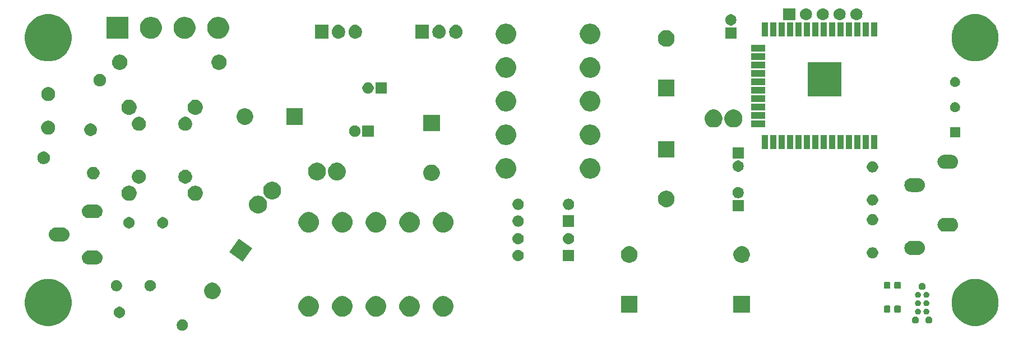
<source format=gbr>
G04 #@! TF.GenerationSoftware,KiCad,Pcbnew,5.1.4+dfsg1-1*
G04 #@! TF.CreationDate,2020-04-05T15:27:55+02:00*
G04 #@! TF.ProjectId,main,6d61696e-2e6b-4696-9361-645f70636258,rev?*
G04 #@! TF.SameCoordinates,Original*
G04 #@! TF.FileFunction,Soldermask,Top*
G04 #@! TF.FilePolarity,Negative*
%FSLAX46Y46*%
G04 Gerber Fmt 4.6, Leading zero omitted, Abs format (unit mm)*
G04 Created by KiCad (PCBNEW 5.1.4+dfsg1-1) date 2020-04-05 15:27:55*
%MOMM*%
%LPD*%
G04 APERTURE LIST*
%ADD10C,0.100000*%
G04 APERTURE END LIST*
D10*
G36*
X125498228Y-97581703D02*
G01*
X125653100Y-97645853D01*
X125792481Y-97738985D01*
X125911015Y-97857519D01*
X126004147Y-97996900D01*
X126068297Y-98151772D01*
X126101000Y-98316184D01*
X126101000Y-98483816D01*
X126068297Y-98648228D01*
X126004147Y-98803100D01*
X125911015Y-98942481D01*
X125792481Y-99061015D01*
X125653100Y-99154147D01*
X125498228Y-99218297D01*
X125333816Y-99251000D01*
X125166184Y-99251000D01*
X125001772Y-99218297D01*
X124846900Y-99154147D01*
X124707519Y-99061015D01*
X124588985Y-98942481D01*
X124495853Y-98803100D01*
X124431703Y-98648228D01*
X124399000Y-98483816D01*
X124399000Y-98316184D01*
X124431703Y-98151772D01*
X124495853Y-97996900D01*
X124588985Y-97857519D01*
X124707519Y-97738985D01*
X124846900Y-97645853D01*
X125001772Y-97581703D01*
X125166184Y-97549000D01*
X125333816Y-97549000D01*
X125498228Y-97581703D01*
X125498228Y-97581703D01*
G37*
G36*
X246035787Y-91585462D02*
G01*
X246147427Y-91631705D01*
X246682029Y-91853144D01*
X247263631Y-92241758D01*
X247758242Y-92736369D01*
X248146856Y-93317971D01*
X248271943Y-93619959D01*
X248414538Y-93964213D01*
X248551000Y-94650256D01*
X248551000Y-95349744D01*
X248414538Y-96035787D01*
X248393188Y-96087330D01*
X248146856Y-96682029D01*
X247758242Y-97263631D01*
X247263631Y-97758242D01*
X246682029Y-98146856D01*
X246273234Y-98316184D01*
X246035787Y-98414538D01*
X245349744Y-98551000D01*
X244650256Y-98551000D01*
X243964213Y-98414538D01*
X243726766Y-98316184D01*
X243317971Y-98146856D01*
X242736369Y-97758242D01*
X242241758Y-97263631D01*
X241853144Y-96682029D01*
X241606812Y-96087330D01*
X241585462Y-96035787D01*
X241449000Y-95349744D01*
X241449000Y-94650256D01*
X241585462Y-93964213D01*
X241728057Y-93619959D01*
X241853144Y-93317971D01*
X242241758Y-92736369D01*
X242736369Y-92241758D01*
X243317971Y-91853144D01*
X243852573Y-91631705D01*
X243964213Y-91585462D01*
X244650256Y-91449000D01*
X245349744Y-91449000D01*
X246035787Y-91585462D01*
X246035787Y-91585462D01*
G37*
G36*
X106035787Y-91585462D02*
G01*
X106147427Y-91631705D01*
X106682029Y-91853144D01*
X107263631Y-92241758D01*
X107758242Y-92736369D01*
X108146856Y-93317971D01*
X108271943Y-93619959D01*
X108414538Y-93964213D01*
X108551000Y-94650256D01*
X108551000Y-95349744D01*
X108414538Y-96035787D01*
X108393188Y-96087330D01*
X108146856Y-96682029D01*
X107758242Y-97263631D01*
X107263631Y-97758242D01*
X106682029Y-98146856D01*
X106273234Y-98316184D01*
X106035787Y-98414538D01*
X105349744Y-98551000D01*
X104650256Y-98551000D01*
X103964213Y-98414538D01*
X103726766Y-98316184D01*
X103317971Y-98146856D01*
X102736369Y-97758242D01*
X102241758Y-97263631D01*
X101853144Y-96682029D01*
X101606812Y-96087330D01*
X101585462Y-96035787D01*
X101449000Y-95349744D01*
X101449000Y-94650256D01*
X101585462Y-93964213D01*
X101728057Y-93619959D01*
X101853144Y-93317971D01*
X102241758Y-92736369D01*
X102736369Y-92241758D01*
X103317971Y-91853144D01*
X103852573Y-91631705D01*
X103964213Y-91585462D01*
X104650256Y-91449000D01*
X105349744Y-91449000D01*
X106035787Y-91585462D01*
X106035787Y-91585462D01*
G37*
G36*
X238174609Y-97117136D02*
G01*
X238238622Y-97143651D01*
X238273567Y-97158126D01*
X238362627Y-97217634D01*
X238438366Y-97293373D01*
X238467853Y-97337504D01*
X238497875Y-97382435D01*
X238538864Y-97481391D01*
X238558818Y-97581705D01*
X238559760Y-97586444D01*
X238559760Y-97693556D01*
X238538864Y-97798609D01*
X238497874Y-97897567D01*
X238438366Y-97986627D01*
X238362627Y-98062366D01*
X238273567Y-98121874D01*
X238273566Y-98121875D01*
X238273565Y-98121875D01*
X238174609Y-98162864D01*
X238069557Y-98183760D01*
X237962443Y-98183760D01*
X237857391Y-98162864D01*
X237758435Y-98121875D01*
X237758434Y-98121875D01*
X237758433Y-98121874D01*
X237669373Y-98062366D01*
X237593634Y-97986627D01*
X237534126Y-97897567D01*
X237493136Y-97798609D01*
X237472240Y-97693556D01*
X237472240Y-97586444D01*
X237473183Y-97581705D01*
X237493136Y-97481391D01*
X237534125Y-97382435D01*
X237564147Y-97337504D01*
X237593634Y-97293373D01*
X237669373Y-97217634D01*
X237758433Y-97158126D01*
X237793379Y-97143651D01*
X237857391Y-97117136D01*
X237962443Y-97096240D01*
X238069557Y-97096240D01*
X238174609Y-97117136D01*
X238174609Y-97117136D01*
G37*
G36*
X236142609Y-97117136D02*
G01*
X236206622Y-97143651D01*
X236241567Y-97158126D01*
X236330627Y-97217634D01*
X236406366Y-97293373D01*
X236435853Y-97337504D01*
X236465875Y-97382435D01*
X236506864Y-97481391D01*
X236526818Y-97581705D01*
X236527760Y-97586444D01*
X236527760Y-97693556D01*
X236506864Y-97798609D01*
X236465874Y-97897567D01*
X236406366Y-97986627D01*
X236330627Y-98062366D01*
X236241567Y-98121874D01*
X236241566Y-98121875D01*
X236241565Y-98121875D01*
X236142609Y-98162864D01*
X236037557Y-98183760D01*
X235930443Y-98183760D01*
X235825391Y-98162864D01*
X235726435Y-98121875D01*
X235726434Y-98121875D01*
X235726433Y-98121874D01*
X235637373Y-98062366D01*
X235561634Y-97986627D01*
X235502126Y-97897567D01*
X235461136Y-97798609D01*
X235440240Y-97693556D01*
X235440240Y-97586444D01*
X235441183Y-97581705D01*
X235461136Y-97481391D01*
X235502125Y-97382435D01*
X235532147Y-97337504D01*
X235561634Y-97293373D01*
X235637373Y-97217634D01*
X235726433Y-97158126D01*
X235761379Y-97143651D01*
X235825391Y-97117136D01*
X235930443Y-97096240D01*
X236037557Y-97096240D01*
X236142609Y-97117136D01*
X236142609Y-97117136D01*
G37*
G36*
X115998228Y-95681703D02*
G01*
X116153100Y-95745853D01*
X116292481Y-95838985D01*
X116411015Y-95957519D01*
X116504147Y-96096900D01*
X116568297Y-96251772D01*
X116601000Y-96416184D01*
X116601000Y-96583816D01*
X116568297Y-96748228D01*
X116504147Y-96903100D01*
X116411015Y-97042481D01*
X116292481Y-97161015D01*
X116153100Y-97254147D01*
X115998228Y-97318297D01*
X115833816Y-97351000D01*
X115666184Y-97351000D01*
X115501772Y-97318297D01*
X115346900Y-97254147D01*
X115207519Y-97161015D01*
X115088985Y-97042481D01*
X114995853Y-96903100D01*
X114931703Y-96748228D01*
X114899000Y-96583816D01*
X114899000Y-96416184D01*
X114931703Y-96251772D01*
X114995853Y-96096900D01*
X115088985Y-95957519D01*
X115207519Y-95838985D01*
X115346900Y-95745853D01*
X115501772Y-95681703D01*
X115666184Y-95649000D01*
X115833816Y-95649000D01*
X115998228Y-95681703D01*
X115998228Y-95681703D01*
G37*
G36*
X164972585Y-94068802D02*
G01*
X165122410Y-94098604D01*
X165404674Y-94215521D01*
X165658705Y-94385259D01*
X165874741Y-94601295D01*
X166044479Y-94855326D01*
X166158895Y-95131552D01*
X166161396Y-95137591D01*
X166220290Y-95433668D01*
X166221000Y-95437240D01*
X166221000Y-95742760D01*
X166161396Y-96042410D01*
X166044479Y-96324674D01*
X165874741Y-96578705D01*
X165658705Y-96794741D01*
X165404674Y-96964479D01*
X165122410Y-97081396D01*
X165047784Y-97096240D01*
X164822761Y-97141000D01*
X164517239Y-97141000D01*
X164292216Y-97096240D01*
X164217590Y-97081396D01*
X163935326Y-96964479D01*
X163681295Y-96794741D01*
X163465259Y-96578705D01*
X163295521Y-96324674D01*
X163178604Y-96042410D01*
X163119000Y-95742760D01*
X163119000Y-95437240D01*
X163119711Y-95433668D01*
X163178604Y-95137591D01*
X163181105Y-95131552D01*
X163295521Y-94855326D01*
X163465259Y-94601295D01*
X163681295Y-94385259D01*
X163935326Y-94215521D01*
X164217590Y-94098604D01*
X164367415Y-94068802D01*
X164517239Y-94039000D01*
X164822761Y-94039000D01*
X164972585Y-94068802D01*
X164972585Y-94068802D01*
G37*
G36*
X154812585Y-94068802D02*
G01*
X154962410Y-94098604D01*
X155244674Y-94215521D01*
X155498705Y-94385259D01*
X155714741Y-94601295D01*
X155884479Y-94855326D01*
X155998895Y-95131552D01*
X156001396Y-95137591D01*
X156060290Y-95433668D01*
X156061000Y-95437240D01*
X156061000Y-95742760D01*
X156001396Y-96042410D01*
X155884479Y-96324674D01*
X155714741Y-96578705D01*
X155498705Y-96794741D01*
X155244674Y-96964479D01*
X154962410Y-97081396D01*
X154887784Y-97096240D01*
X154662761Y-97141000D01*
X154357239Y-97141000D01*
X154132216Y-97096240D01*
X154057590Y-97081396D01*
X153775326Y-96964479D01*
X153521295Y-96794741D01*
X153305259Y-96578705D01*
X153135521Y-96324674D01*
X153018604Y-96042410D01*
X152959000Y-95742760D01*
X152959000Y-95437240D01*
X152959711Y-95433668D01*
X153018604Y-95137591D01*
X153021105Y-95131552D01*
X153135521Y-94855326D01*
X153305259Y-94601295D01*
X153521295Y-94385259D01*
X153775326Y-94215521D01*
X154057590Y-94098604D01*
X154207415Y-94068802D01*
X154357239Y-94039000D01*
X154662761Y-94039000D01*
X154812585Y-94068802D01*
X154812585Y-94068802D01*
G37*
G36*
X159892585Y-94068802D02*
G01*
X160042410Y-94098604D01*
X160324674Y-94215521D01*
X160578705Y-94385259D01*
X160794741Y-94601295D01*
X160964479Y-94855326D01*
X161078895Y-95131552D01*
X161081396Y-95137591D01*
X161140290Y-95433668D01*
X161141000Y-95437240D01*
X161141000Y-95742760D01*
X161081396Y-96042410D01*
X160964479Y-96324674D01*
X160794741Y-96578705D01*
X160578705Y-96794741D01*
X160324674Y-96964479D01*
X160042410Y-97081396D01*
X159967784Y-97096240D01*
X159742761Y-97141000D01*
X159437239Y-97141000D01*
X159212216Y-97096240D01*
X159137590Y-97081396D01*
X158855326Y-96964479D01*
X158601295Y-96794741D01*
X158385259Y-96578705D01*
X158215521Y-96324674D01*
X158098604Y-96042410D01*
X158039000Y-95742760D01*
X158039000Y-95437240D01*
X158039711Y-95433668D01*
X158098604Y-95137591D01*
X158101105Y-95131552D01*
X158215521Y-94855326D01*
X158385259Y-94601295D01*
X158601295Y-94385259D01*
X158855326Y-94215521D01*
X159137590Y-94098604D01*
X159287415Y-94068802D01*
X159437239Y-94039000D01*
X159742761Y-94039000D01*
X159892585Y-94068802D01*
X159892585Y-94068802D01*
G37*
G36*
X149732585Y-94068802D02*
G01*
X149882410Y-94098604D01*
X150164674Y-94215521D01*
X150418705Y-94385259D01*
X150634741Y-94601295D01*
X150804479Y-94855326D01*
X150918895Y-95131552D01*
X150921396Y-95137591D01*
X150980290Y-95433668D01*
X150981000Y-95437240D01*
X150981000Y-95742760D01*
X150921396Y-96042410D01*
X150804479Y-96324674D01*
X150634741Y-96578705D01*
X150418705Y-96794741D01*
X150164674Y-96964479D01*
X149882410Y-97081396D01*
X149807784Y-97096240D01*
X149582761Y-97141000D01*
X149277239Y-97141000D01*
X149052216Y-97096240D01*
X148977590Y-97081396D01*
X148695326Y-96964479D01*
X148441295Y-96794741D01*
X148225259Y-96578705D01*
X148055521Y-96324674D01*
X147938604Y-96042410D01*
X147879000Y-95742760D01*
X147879000Y-95437240D01*
X147879711Y-95433668D01*
X147938604Y-95137591D01*
X147941105Y-95131552D01*
X148055521Y-94855326D01*
X148225259Y-94601295D01*
X148441295Y-94385259D01*
X148695326Y-94215521D01*
X148977590Y-94098604D01*
X149127415Y-94068802D01*
X149277239Y-94039000D01*
X149582761Y-94039000D01*
X149732585Y-94068802D01*
X149732585Y-94068802D01*
G37*
G36*
X144652585Y-94068802D02*
G01*
X144802410Y-94098604D01*
X145084674Y-94215521D01*
X145338705Y-94385259D01*
X145554741Y-94601295D01*
X145724479Y-94855326D01*
X145838895Y-95131552D01*
X145841396Y-95137591D01*
X145900290Y-95433668D01*
X145901000Y-95437240D01*
X145901000Y-95742760D01*
X145841396Y-96042410D01*
X145724479Y-96324674D01*
X145554741Y-96578705D01*
X145338705Y-96794741D01*
X145084674Y-96964479D01*
X144802410Y-97081396D01*
X144727784Y-97096240D01*
X144502761Y-97141000D01*
X144197239Y-97141000D01*
X143972216Y-97096240D01*
X143897590Y-97081396D01*
X143615326Y-96964479D01*
X143361295Y-96794741D01*
X143145259Y-96578705D01*
X142975521Y-96324674D01*
X142858604Y-96042410D01*
X142799000Y-95742760D01*
X142799000Y-95437240D01*
X142799711Y-95433668D01*
X142858604Y-95137591D01*
X142861105Y-95131552D01*
X142975521Y-94855326D01*
X143145259Y-94601295D01*
X143361295Y-94385259D01*
X143615326Y-94215521D01*
X143897590Y-94098604D01*
X144047415Y-94068802D01*
X144197239Y-94039000D01*
X144502761Y-94039000D01*
X144652585Y-94068802D01*
X144652585Y-94068802D01*
G37*
G36*
X236494344Y-95943610D02*
G01*
X236575043Y-95977037D01*
X236647670Y-96025565D01*
X236709435Y-96087330D01*
X236757963Y-96159957D01*
X236791390Y-96240656D01*
X236808430Y-96326326D01*
X236808430Y-96413674D01*
X236791390Y-96499344D01*
X236757963Y-96580043D01*
X236709435Y-96652670D01*
X236647670Y-96714435D01*
X236575043Y-96762963D01*
X236494344Y-96796390D01*
X236408674Y-96813430D01*
X236321326Y-96813430D01*
X236235656Y-96796390D01*
X236154957Y-96762963D01*
X236082330Y-96714435D01*
X236020565Y-96652670D01*
X235972037Y-96580043D01*
X235938610Y-96499344D01*
X235921570Y-96413674D01*
X235921570Y-96326326D01*
X235938610Y-96240656D01*
X235972037Y-96159957D01*
X236020565Y-96087330D01*
X236082330Y-96025565D01*
X236154957Y-95977037D01*
X236235656Y-95943610D01*
X236321326Y-95926570D01*
X236408674Y-95926570D01*
X236494344Y-95943610D01*
X236494344Y-95943610D01*
G37*
G36*
X237764344Y-95943610D02*
G01*
X237845043Y-95977037D01*
X237917670Y-96025565D01*
X237979435Y-96087330D01*
X238027963Y-96159957D01*
X238061390Y-96240656D01*
X238078430Y-96326326D01*
X238078430Y-96413674D01*
X238061390Y-96499344D01*
X238027963Y-96580043D01*
X237979435Y-96652670D01*
X237917670Y-96714435D01*
X237845043Y-96762963D01*
X237764344Y-96796390D01*
X237678674Y-96813430D01*
X237591326Y-96813430D01*
X237505656Y-96796390D01*
X237424957Y-96762963D01*
X237352330Y-96714435D01*
X237290565Y-96652670D01*
X237242037Y-96580043D01*
X237208610Y-96499344D01*
X237191570Y-96413674D01*
X237191570Y-96326326D01*
X237208610Y-96240656D01*
X237242037Y-96159957D01*
X237290565Y-96087330D01*
X237352330Y-96025565D01*
X237424957Y-95977037D01*
X237505656Y-95943610D01*
X237591326Y-95926570D01*
X237678674Y-95926570D01*
X237764344Y-95943610D01*
X237764344Y-95943610D01*
G37*
G36*
X232054591Y-95478085D02*
G01*
X232088569Y-95488393D01*
X232119890Y-95505134D01*
X232147339Y-95527661D01*
X232169866Y-95555110D01*
X232186607Y-95586431D01*
X232196915Y-95620409D01*
X232201000Y-95661890D01*
X232201000Y-96338110D01*
X232196915Y-96379591D01*
X232186607Y-96413569D01*
X232169866Y-96444890D01*
X232147339Y-96472339D01*
X232119890Y-96494866D01*
X232088569Y-96511607D01*
X232054591Y-96521915D01*
X232013110Y-96526000D01*
X231411890Y-96526000D01*
X231370409Y-96521915D01*
X231336431Y-96511607D01*
X231305110Y-96494866D01*
X231277661Y-96472339D01*
X231255134Y-96444890D01*
X231238393Y-96413569D01*
X231228085Y-96379591D01*
X231224000Y-96338110D01*
X231224000Y-95661890D01*
X231228085Y-95620409D01*
X231238393Y-95586431D01*
X231255134Y-95555110D01*
X231277661Y-95527661D01*
X231305110Y-95505134D01*
X231336431Y-95488393D01*
X231370409Y-95478085D01*
X231411890Y-95474000D01*
X232013110Y-95474000D01*
X232054591Y-95478085D01*
X232054591Y-95478085D01*
G37*
G36*
X233629591Y-95478085D02*
G01*
X233663569Y-95488393D01*
X233694890Y-95505134D01*
X233722339Y-95527661D01*
X233744866Y-95555110D01*
X233761607Y-95586431D01*
X233771915Y-95620409D01*
X233776000Y-95661890D01*
X233776000Y-96338110D01*
X233771915Y-96379591D01*
X233761607Y-96413569D01*
X233744866Y-96444890D01*
X233722339Y-96472339D01*
X233694890Y-96494866D01*
X233663569Y-96511607D01*
X233629591Y-96521915D01*
X233588110Y-96526000D01*
X232986890Y-96526000D01*
X232945409Y-96521915D01*
X232911431Y-96511607D01*
X232880110Y-96494866D01*
X232852661Y-96472339D01*
X232830134Y-96444890D01*
X232813393Y-96413569D01*
X232803085Y-96379591D01*
X232799000Y-96338110D01*
X232799000Y-95661890D01*
X232803085Y-95620409D01*
X232813393Y-95586431D01*
X232830134Y-95555110D01*
X232852661Y-95527661D01*
X232880110Y-95505134D01*
X232911431Y-95488393D01*
X232945409Y-95478085D01*
X232986890Y-95474000D01*
X233588110Y-95474000D01*
X233629591Y-95478085D01*
X233629591Y-95478085D01*
G37*
G36*
X211001000Y-96501000D02*
G01*
X208499000Y-96501000D01*
X208499000Y-93999000D01*
X211001000Y-93999000D01*
X211001000Y-96501000D01*
X211001000Y-96501000D01*
G37*
G36*
X194001000Y-96501000D02*
G01*
X191499000Y-96501000D01*
X191499000Y-93999000D01*
X194001000Y-93999000D01*
X194001000Y-96501000D01*
X194001000Y-96501000D01*
G37*
G36*
X237764344Y-94673610D02*
G01*
X237845043Y-94707037D01*
X237917670Y-94755565D01*
X237979435Y-94817330D01*
X238027963Y-94889957D01*
X238061390Y-94970656D01*
X238078430Y-95056326D01*
X238078430Y-95143674D01*
X238061390Y-95229344D01*
X238027963Y-95310043D01*
X237979435Y-95382670D01*
X237917670Y-95444435D01*
X237845043Y-95492963D01*
X237764344Y-95526390D01*
X237678674Y-95543430D01*
X237591326Y-95543430D01*
X237505656Y-95526390D01*
X237424957Y-95492963D01*
X237352330Y-95444435D01*
X237290565Y-95382670D01*
X237242037Y-95310043D01*
X237208610Y-95229344D01*
X237191570Y-95143674D01*
X237191570Y-95056326D01*
X237208610Y-94970656D01*
X237242037Y-94889957D01*
X237290565Y-94817330D01*
X237352330Y-94755565D01*
X237424957Y-94707037D01*
X237505656Y-94673610D01*
X237591326Y-94656570D01*
X237678674Y-94656570D01*
X237764344Y-94673610D01*
X237764344Y-94673610D01*
G37*
G36*
X236494344Y-94673610D02*
G01*
X236575043Y-94707037D01*
X236647670Y-94755565D01*
X236709435Y-94817330D01*
X236757963Y-94889957D01*
X236791390Y-94970656D01*
X236808430Y-95056326D01*
X236808430Y-95143674D01*
X236791390Y-95229344D01*
X236757963Y-95310043D01*
X236709435Y-95382670D01*
X236647670Y-95444435D01*
X236575043Y-95492963D01*
X236494344Y-95526390D01*
X236408674Y-95543430D01*
X236321326Y-95543430D01*
X236235656Y-95526390D01*
X236154957Y-95492963D01*
X236082330Y-95444435D01*
X236020565Y-95382670D01*
X235972037Y-95310043D01*
X235938610Y-95229344D01*
X235921570Y-95143674D01*
X235921570Y-95056326D01*
X235938610Y-94970656D01*
X235972037Y-94889957D01*
X236020565Y-94817330D01*
X236082330Y-94755565D01*
X236154957Y-94707037D01*
X236235656Y-94673610D01*
X236321326Y-94656570D01*
X236408674Y-94656570D01*
X236494344Y-94673610D01*
X236494344Y-94673610D01*
G37*
G36*
X130163080Y-92040715D02*
G01*
X130374407Y-92128249D01*
X130390748Y-92135018D01*
X130595643Y-92271925D01*
X130769892Y-92446174D01*
X130906799Y-92651069D01*
X130906800Y-92651071D01*
X131001102Y-92878737D01*
X131049177Y-93120426D01*
X131049177Y-93366854D01*
X131036350Y-93431341D01*
X131001102Y-93608543D01*
X130906799Y-93836211D01*
X130769892Y-94041106D01*
X130595643Y-94215355D01*
X130390748Y-94352262D01*
X130390747Y-94352263D01*
X130390746Y-94352263D01*
X130163080Y-94446565D01*
X129921391Y-94494640D01*
X129674963Y-94494640D01*
X129433274Y-94446565D01*
X129205608Y-94352263D01*
X129205607Y-94352263D01*
X129205606Y-94352262D01*
X129000711Y-94215355D01*
X128826462Y-94041106D01*
X128689555Y-93836211D01*
X128595252Y-93608543D01*
X128560004Y-93431341D01*
X128547177Y-93366854D01*
X128547177Y-93120426D01*
X128595252Y-92878737D01*
X128689554Y-92651071D01*
X128689555Y-92651069D01*
X128826462Y-92446174D01*
X129000711Y-92271925D01*
X129205606Y-92135018D01*
X129221948Y-92128249D01*
X129433274Y-92040715D01*
X129674963Y-91992640D01*
X129921391Y-91992640D01*
X130163080Y-92040715D01*
X130163080Y-92040715D01*
G37*
G36*
X237764344Y-93403610D02*
G01*
X237845043Y-93437037D01*
X237917670Y-93485565D01*
X237979435Y-93547330D01*
X238027963Y-93619957D01*
X238061390Y-93700656D01*
X238078430Y-93786326D01*
X238078430Y-93873674D01*
X238061390Y-93959344D01*
X238027963Y-94040043D01*
X237979435Y-94112670D01*
X237917670Y-94174435D01*
X237845043Y-94222963D01*
X237764344Y-94256390D01*
X237678674Y-94273430D01*
X237591326Y-94273430D01*
X237505656Y-94256390D01*
X237424957Y-94222963D01*
X237352330Y-94174435D01*
X237290565Y-94112670D01*
X237242037Y-94040043D01*
X237208610Y-93959344D01*
X237191570Y-93873674D01*
X237191570Y-93786326D01*
X237208610Y-93700656D01*
X237242037Y-93619957D01*
X237290565Y-93547330D01*
X237352330Y-93485565D01*
X237424957Y-93437037D01*
X237505656Y-93403610D01*
X237591326Y-93386570D01*
X237678674Y-93386570D01*
X237764344Y-93403610D01*
X237764344Y-93403610D01*
G37*
G36*
X236494344Y-93403610D02*
G01*
X236575043Y-93437037D01*
X236647670Y-93485565D01*
X236709435Y-93547330D01*
X236757963Y-93619957D01*
X236791390Y-93700656D01*
X236808430Y-93786326D01*
X236808430Y-93873674D01*
X236791390Y-93959344D01*
X236757963Y-94040043D01*
X236709435Y-94112670D01*
X236647670Y-94174435D01*
X236575043Y-94222963D01*
X236494344Y-94256390D01*
X236408674Y-94273430D01*
X236321326Y-94273430D01*
X236235656Y-94256390D01*
X236154957Y-94222963D01*
X236082330Y-94174435D01*
X236020565Y-94112670D01*
X235972037Y-94040043D01*
X235938610Y-93959344D01*
X235921570Y-93873674D01*
X235921570Y-93786326D01*
X235938610Y-93700656D01*
X235972037Y-93619957D01*
X236020565Y-93547330D01*
X236082330Y-93485565D01*
X236154957Y-93437037D01*
X236235656Y-93403610D01*
X236321326Y-93386570D01*
X236408674Y-93386570D01*
X236494344Y-93403610D01*
X236494344Y-93403610D01*
G37*
G36*
X115548228Y-91631703D02*
G01*
X115703100Y-91695853D01*
X115842481Y-91788985D01*
X115961015Y-91907519D01*
X116054147Y-92046900D01*
X116118297Y-92201772D01*
X116151000Y-92366184D01*
X116151000Y-92533816D01*
X116118297Y-92698228D01*
X116054147Y-92853100D01*
X115961015Y-92992481D01*
X115842481Y-93111015D01*
X115703100Y-93204147D01*
X115548228Y-93268297D01*
X115383816Y-93301000D01*
X115216184Y-93301000D01*
X115051772Y-93268297D01*
X114896900Y-93204147D01*
X114757519Y-93111015D01*
X114638985Y-92992481D01*
X114545853Y-92853100D01*
X114481703Y-92698228D01*
X114449000Y-92533816D01*
X114449000Y-92366184D01*
X114481703Y-92201772D01*
X114545853Y-92046900D01*
X114638985Y-91907519D01*
X114757519Y-91788985D01*
X114896900Y-91695853D01*
X115051772Y-91631703D01*
X115216184Y-91599000D01*
X115383816Y-91599000D01*
X115548228Y-91631703D01*
X115548228Y-91631703D01*
G37*
G36*
X120648228Y-91631703D02*
G01*
X120803100Y-91695853D01*
X120942481Y-91788985D01*
X121061015Y-91907519D01*
X121154147Y-92046900D01*
X121218297Y-92201772D01*
X121251000Y-92366184D01*
X121251000Y-92533816D01*
X121218297Y-92698228D01*
X121154147Y-92853100D01*
X121061015Y-92992481D01*
X120942481Y-93111015D01*
X120803100Y-93204147D01*
X120648228Y-93268297D01*
X120483816Y-93301000D01*
X120316184Y-93301000D01*
X120151772Y-93268297D01*
X119996900Y-93204147D01*
X119857519Y-93111015D01*
X119738985Y-92992481D01*
X119645853Y-92853100D01*
X119581703Y-92698228D01*
X119549000Y-92533816D01*
X119549000Y-92366184D01*
X119581703Y-92201772D01*
X119645853Y-92046900D01*
X119738985Y-91907519D01*
X119857519Y-91788985D01*
X119996900Y-91695853D01*
X120151772Y-91631703D01*
X120316184Y-91599000D01*
X120483816Y-91599000D01*
X120648228Y-91631703D01*
X120648228Y-91631703D01*
G37*
G36*
X237102527Y-92024686D02*
G01*
X237158979Y-92035915D01*
X237185499Y-92046900D01*
X237258170Y-92077001D01*
X237347434Y-92136645D01*
X237423355Y-92212566D01*
X237482999Y-92301830D01*
X237494907Y-92330580D01*
X237524085Y-92401021D01*
X237545030Y-92506319D01*
X237545030Y-92613681D01*
X237528213Y-92698228D01*
X237524085Y-92718978D01*
X237482999Y-92818170D01*
X237423355Y-92907434D01*
X237347434Y-92983355D01*
X237258170Y-93042999D01*
X237192042Y-93070390D01*
X237158979Y-93084085D01*
X237106330Y-93094557D01*
X237053682Y-93105030D01*
X236946318Y-93105030D01*
X236893670Y-93094558D01*
X236841021Y-93084085D01*
X236807958Y-93070390D01*
X236741830Y-93042999D01*
X236652566Y-92983355D01*
X236576645Y-92907434D01*
X236517001Y-92818170D01*
X236475915Y-92718978D01*
X236471788Y-92698228D01*
X236454970Y-92613681D01*
X236454970Y-92506319D01*
X236475915Y-92401021D01*
X236505093Y-92330580D01*
X236517001Y-92301830D01*
X236576645Y-92212566D01*
X236652566Y-92136645D01*
X236741830Y-92077001D01*
X236814501Y-92046900D01*
X236841021Y-92035915D01*
X236897473Y-92024686D01*
X236946318Y-92014970D01*
X237053682Y-92014970D01*
X237102527Y-92024686D01*
X237102527Y-92024686D01*
G37*
G36*
X232054591Y-91888084D02*
G01*
X232088569Y-91898392D01*
X232119890Y-91915133D01*
X232147339Y-91937660D01*
X232169866Y-91965109D01*
X232186607Y-91996430D01*
X232196915Y-92030408D01*
X232201000Y-92071889D01*
X232201000Y-92748109D01*
X232196915Y-92789590D01*
X232186607Y-92823568D01*
X232169866Y-92854889D01*
X232147339Y-92882338D01*
X232119890Y-92904865D01*
X232088569Y-92921606D01*
X232054591Y-92931914D01*
X232013110Y-92935999D01*
X231411890Y-92935999D01*
X231370409Y-92931914D01*
X231336431Y-92921606D01*
X231305110Y-92904865D01*
X231277661Y-92882338D01*
X231255134Y-92854889D01*
X231238393Y-92823568D01*
X231228085Y-92789590D01*
X231224000Y-92748109D01*
X231224000Y-92071889D01*
X231228085Y-92030408D01*
X231238393Y-91996430D01*
X231255134Y-91965109D01*
X231277661Y-91937660D01*
X231305110Y-91915133D01*
X231336431Y-91898392D01*
X231370409Y-91888084D01*
X231411890Y-91883999D01*
X232013110Y-91883999D01*
X232054591Y-91888084D01*
X232054591Y-91888084D01*
G37*
G36*
X233629591Y-91888084D02*
G01*
X233663569Y-91898392D01*
X233694890Y-91915133D01*
X233722339Y-91937660D01*
X233744866Y-91965109D01*
X233761607Y-91996430D01*
X233771915Y-92030408D01*
X233776000Y-92071889D01*
X233776000Y-92748109D01*
X233771915Y-92789590D01*
X233761607Y-92823568D01*
X233744866Y-92854889D01*
X233722339Y-92882338D01*
X233694890Y-92904865D01*
X233663569Y-92921606D01*
X233629591Y-92931914D01*
X233588110Y-92935999D01*
X232986890Y-92935999D01*
X232945409Y-92931914D01*
X232911431Y-92921606D01*
X232880110Y-92904865D01*
X232852661Y-92882338D01*
X232830134Y-92854889D01*
X232813393Y-92823568D01*
X232803085Y-92789590D01*
X232799000Y-92748109D01*
X232799000Y-92071889D01*
X232803085Y-92030408D01*
X232813393Y-91996430D01*
X232830134Y-91965109D01*
X232852661Y-91937660D01*
X232880110Y-91915133D01*
X232911431Y-91898392D01*
X232945409Y-91888084D01*
X232986890Y-91883999D01*
X233588110Y-91883999D01*
X233629591Y-91888084D01*
X233629591Y-91888084D01*
G37*
G36*
X112253097Y-87174069D02*
G01*
X112356032Y-87184207D01*
X112554146Y-87244305D01*
X112554149Y-87244306D01*
X112649628Y-87295341D01*
X112736729Y-87341897D01*
X112896765Y-87473235D01*
X113028103Y-87633271D01*
X113073939Y-87719025D01*
X113125694Y-87815851D01*
X113125695Y-87815854D01*
X113185793Y-88013968D01*
X113206085Y-88220000D01*
X113185793Y-88426032D01*
X113148956Y-88547466D01*
X113125694Y-88624149D01*
X113090483Y-88690024D01*
X113028103Y-88806729D01*
X112896765Y-88966765D01*
X112736729Y-89098103D01*
X112650975Y-89143939D01*
X112554149Y-89195694D01*
X112554146Y-89195695D01*
X112356032Y-89255793D01*
X112253097Y-89265931D01*
X112201631Y-89271000D01*
X111098369Y-89271000D01*
X111046903Y-89265931D01*
X110943968Y-89255793D01*
X110745854Y-89195695D01*
X110745851Y-89195694D01*
X110649025Y-89143939D01*
X110563271Y-89098103D01*
X110403235Y-88966765D01*
X110271897Y-88806729D01*
X110209517Y-88690024D01*
X110174306Y-88624149D01*
X110151044Y-88547466D01*
X110114207Y-88426032D01*
X110093915Y-88220000D01*
X110114207Y-88013968D01*
X110174305Y-87815854D01*
X110174306Y-87815851D01*
X110226061Y-87719025D01*
X110271897Y-87633271D01*
X110403235Y-87473235D01*
X110563271Y-87341897D01*
X110650372Y-87295341D01*
X110745851Y-87244306D01*
X110745854Y-87244305D01*
X110943968Y-87184207D01*
X111046903Y-87174069D01*
X111098369Y-87169000D01*
X112201631Y-87169000D01*
X112253097Y-87174069D01*
X112253097Y-87174069D01*
G37*
G36*
X193099283Y-86543968D02*
G01*
X193114903Y-86547075D01*
X193342571Y-86641378D01*
X193547466Y-86778285D01*
X193721715Y-86952534D01*
X193856428Y-87154146D01*
X193858623Y-87157431D01*
X193952925Y-87385097D01*
X194001000Y-87626786D01*
X194001000Y-87873214D01*
X193952925Y-88114903D01*
X193868678Y-88318295D01*
X193858622Y-88342571D01*
X193721715Y-88547466D01*
X193547466Y-88721715D01*
X193342571Y-88858622D01*
X193342570Y-88858623D01*
X193342569Y-88858623D01*
X193114903Y-88952925D01*
X192873214Y-89001000D01*
X192626786Y-89001000D01*
X192385097Y-88952925D01*
X192157431Y-88858623D01*
X192157430Y-88858623D01*
X192157429Y-88858622D01*
X191952534Y-88721715D01*
X191778285Y-88547466D01*
X191641378Y-88342571D01*
X191631323Y-88318295D01*
X191547075Y-88114903D01*
X191499000Y-87873214D01*
X191499000Y-87626786D01*
X191547075Y-87385097D01*
X191641377Y-87157431D01*
X191643572Y-87154146D01*
X191778285Y-86952534D01*
X191952534Y-86778285D01*
X192157429Y-86641378D01*
X192385097Y-86547075D01*
X192400717Y-86543968D01*
X192626786Y-86499000D01*
X192873214Y-86499000D01*
X193099283Y-86543968D01*
X193099283Y-86543968D01*
G37*
G36*
X210099283Y-86543968D02*
G01*
X210114903Y-86547075D01*
X210342571Y-86641378D01*
X210547466Y-86778285D01*
X210721715Y-86952534D01*
X210856428Y-87154146D01*
X210858623Y-87157431D01*
X210952925Y-87385097D01*
X211001000Y-87626786D01*
X211001000Y-87873214D01*
X210952925Y-88114903D01*
X210868678Y-88318295D01*
X210858622Y-88342571D01*
X210721715Y-88547466D01*
X210547466Y-88721715D01*
X210342571Y-88858622D01*
X210342570Y-88858623D01*
X210342569Y-88858623D01*
X210114903Y-88952925D01*
X209873214Y-89001000D01*
X209626786Y-89001000D01*
X209385097Y-88952925D01*
X209157431Y-88858623D01*
X209157430Y-88858623D01*
X209157429Y-88858622D01*
X208952534Y-88721715D01*
X208778285Y-88547466D01*
X208641378Y-88342571D01*
X208631323Y-88318295D01*
X208547075Y-88114903D01*
X208499000Y-87873214D01*
X208499000Y-87626786D01*
X208547075Y-87385097D01*
X208641377Y-87157431D01*
X208643572Y-87154146D01*
X208778285Y-86952534D01*
X208952534Y-86778285D01*
X209157429Y-86641378D01*
X209385097Y-86547075D01*
X209400717Y-86543968D01*
X209626786Y-86499000D01*
X209873214Y-86499000D01*
X210099283Y-86543968D01*
X210099283Y-86543968D01*
G37*
G36*
X135842304Y-86792785D02*
G01*
X134407215Y-88842304D01*
X132357696Y-87407215D01*
X133792785Y-85357696D01*
X135842304Y-86792785D01*
X135842304Y-86792785D01*
G37*
G36*
X176146823Y-87061313D02*
G01*
X176307242Y-87109976D01*
X176396020Y-87157429D01*
X176455078Y-87188996D01*
X176584659Y-87295341D01*
X176691004Y-87424922D01*
X176691005Y-87424924D01*
X176770024Y-87572758D01*
X176818687Y-87733177D01*
X176835117Y-87900000D01*
X176818687Y-88066823D01*
X176770024Y-88227242D01*
X176755642Y-88254148D01*
X176691004Y-88375078D01*
X176584659Y-88504659D01*
X176455078Y-88611004D01*
X176455076Y-88611005D01*
X176307242Y-88690024D01*
X176146823Y-88738687D01*
X176021804Y-88751000D01*
X175938196Y-88751000D01*
X175813177Y-88738687D01*
X175652758Y-88690024D01*
X175504924Y-88611005D01*
X175504922Y-88611004D01*
X175375341Y-88504659D01*
X175268996Y-88375078D01*
X175204358Y-88254148D01*
X175189976Y-88227242D01*
X175141313Y-88066823D01*
X175124883Y-87900000D01*
X175141313Y-87733177D01*
X175189976Y-87572758D01*
X175268995Y-87424924D01*
X175268996Y-87424922D01*
X175375341Y-87295341D01*
X175504922Y-87188996D01*
X175563980Y-87157429D01*
X175652758Y-87109976D01*
X175813177Y-87061313D01*
X175938196Y-87049000D01*
X176021804Y-87049000D01*
X176146823Y-87061313D01*
X176146823Y-87061313D01*
G37*
G36*
X184451000Y-88751000D02*
G01*
X182749000Y-88751000D01*
X182749000Y-87049000D01*
X184451000Y-87049000D01*
X184451000Y-88751000D01*
X184451000Y-88751000D01*
G37*
G36*
X229748228Y-86681703D02*
G01*
X229903100Y-86745853D01*
X230042481Y-86838985D01*
X230161015Y-86957519D01*
X230254147Y-87096900D01*
X230318297Y-87251772D01*
X230351000Y-87416184D01*
X230351000Y-87583816D01*
X230318297Y-87748228D01*
X230254147Y-87903100D01*
X230161015Y-88042481D01*
X230042481Y-88161015D01*
X229903100Y-88254147D01*
X229748228Y-88318297D01*
X229583816Y-88351000D01*
X229416184Y-88351000D01*
X229251772Y-88318297D01*
X229096900Y-88254147D01*
X228957519Y-88161015D01*
X228838985Y-88042481D01*
X228745853Y-87903100D01*
X228681703Y-87748228D01*
X228649000Y-87583816D01*
X228649000Y-87416184D01*
X228681703Y-87251772D01*
X228745853Y-87096900D01*
X228838985Y-86957519D01*
X228957519Y-86838985D01*
X229096900Y-86745853D01*
X229251772Y-86681703D01*
X229416184Y-86649000D01*
X229583816Y-86649000D01*
X229748228Y-86681703D01*
X229748228Y-86681703D01*
G37*
G36*
X236478097Y-85704069D02*
G01*
X236581032Y-85714207D01*
X236768251Y-85771000D01*
X236779149Y-85774306D01*
X236875975Y-85826061D01*
X236961729Y-85871897D01*
X237121765Y-86003235D01*
X237253103Y-86163271D01*
X237298939Y-86249025D01*
X237350694Y-86345851D01*
X237350695Y-86345854D01*
X237410793Y-86543968D01*
X237431085Y-86750000D01*
X237410793Y-86956032D01*
X237364094Y-87109975D01*
X237350694Y-87154149D01*
X237302504Y-87244305D01*
X237253103Y-87336729D01*
X237121765Y-87496765D01*
X236961729Y-87628103D01*
X236952058Y-87633272D01*
X236779149Y-87725694D01*
X236779146Y-87725695D01*
X236581032Y-87785793D01*
X236478097Y-87795931D01*
X236426631Y-87801000D01*
X235323369Y-87801000D01*
X235271903Y-87795931D01*
X235168968Y-87785793D01*
X234970854Y-87725695D01*
X234970851Y-87725694D01*
X234797942Y-87633272D01*
X234788271Y-87628103D01*
X234628235Y-87496765D01*
X234496897Y-87336729D01*
X234447496Y-87244305D01*
X234399306Y-87154149D01*
X234385906Y-87109975D01*
X234339207Y-86956032D01*
X234318915Y-86750000D01*
X234339207Y-86543968D01*
X234399305Y-86345854D01*
X234399306Y-86345851D01*
X234451061Y-86249025D01*
X234496897Y-86163271D01*
X234628235Y-86003235D01*
X234788271Y-85871897D01*
X234874025Y-85826061D01*
X234970851Y-85774306D01*
X234981749Y-85771000D01*
X235168968Y-85714207D01*
X235271903Y-85704069D01*
X235323369Y-85699000D01*
X236426631Y-85699000D01*
X236478097Y-85704069D01*
X236478097Y-85704069D01*
G37*
G36*
X183766823Y-84521313D02*
G01*
X183927242Y-84569976D01*
X184059906Y-84640886D01*
X184075078Y-84648996D01*
X184204659Y-84755341D01*
X184311004Y-84884922D01*
X184311005Y-84884924D01*
X184390024Y-85032758D01*
X184438687Y-85193177D01*
X184455117Y-85360000D01*
X184438687Y-85526823D01*
X184390024Y-85687242D01*
X184345254Y-85771000D01*
X184311004Y-85835078D01*
X184204659Y-85964659D01*
X184075078Y-86071004D01*
X184075076Y-86071005D01*
X183927242Y-86150024D01*
X183766823Y-86198687D01*
X183641804Y-86211000D01*
X183558196Y-86211000D01*
X183433177Y-86198687D01*
X183272758Y-86150024D01*
X183124924Y-86071005D01*
X183124922Y-86071004D01*
X182995341Y-85964659D01*
X182888996Y-85835078D01*
X182854746Y-85771000D01*
X182809976Y-85687242D01*
X182761313Y-85526823D01*
X182744883Y-85360000D01*
X182761313Y-85193177D01*
X182809976Y-85032758D01*
X182888995Y-84884924D01*
X182888996Y-84884922D01*
X182995341Y-84755341D01*
X183124922Y-84648996D01*
X183140094Y-84640886D01*
X183272758Y-84569976D01*
X183433177Y-84521313D01*
X183558196Y-84509000D01*
X183641804Y-84509000D01*
X183766823Y-84521313D01*
X183766823Y-84521313D01*
G37*
G36*
X176146823Y-84521313D02*
G01*
X176307242Y-84569976D01*
X176439906Y-84640886D01*
X176455078Y-84648996D01*
X176584659Y-84755341D01*
X176691004Y-84884922D01*
X176691005Y-84884924D01*
X176770024Y-85032758D01*
X176818687Y-85193177D01*
X176835117Y-85360000D01*
X176818687Y-85526823D01*
X176770024Y-85687242D01*
X176725254Y-85771000D01*
X176691004Y-85835078D01*
X176584659Y-85964659D01*
X176455078Y-86071004D01*
X176455076Y-86071005D01*
X176307242Y-86150024D01*
X176146823Y-86198687D01*
X176021804Y-86211000D01*
X175938196Y-86211000D01*
X175813177Y-86198687D01*
X175652758Y-86150024D01*
X175504924Y-86071005D01*
X175504922Y-86071004D01*
X175375341Y-85964659D01*
X175268996Y-85835078D01*
X175234746Y-85771000D01*
X175189976Y-85687242D01*
X175141313Y-85526823D01*
X175124883Y-85360000D01*
X175141313Y-85193177D01*
X175189976Y-85032758D01*
X175268995Y-84884924D01*
X175268996Y-84884922D01*
X175375341Y-84755341D01*
X175504922Y-84648996D01*
X175520094Y-84640886D01*
X175652758Y-84569976D01*
X175813177Y-84521313D01*
X175938196Y-84509000D01*
X176021804Y-84509000D01*
X176146823Y-84521313D01*
X176146823Y-84521313D01*
G37*
G36*
X107253097Y-83674069D02*
G01*
X107356032Y-83684207D01*
X107554146Y-83744305D01*
X107554149Y-83744306D01*
X107650975Y-83796061D01*
X107736729Y-83841897D01*
X107896765Y-83973235D01*
X108028103Y-84133271D01*
X108073939Y-84219025D01*
X108125694Y-84315851D01*
X108125695Y-84315854D01*
X108185793Y-84513968D01*
X108206085Y-84720000D01*
X108185793Y-84926032D01*
X108125695Y-85124146D01*
X108125694Y-85124149D01*
X108073939Y-85220975D01*
X108028103Y-85306729D01*
X107896765Y-85466765D01*
X107736729Y-85598103D01*
X107650975Y-85643939D01*
X107554149Y-85695694D01*
X107554146Y-85695695D01*
X107356032Y-85755793D01*
X107253097Y-85765931D01*
X107201631Y-85771000D01*
X106098369Y-85771000D01*
X106046903Y-85765931D01*
X105943968Y-85755793D01*
X105745854Y-85695695D01*
X105745851Y-85695694D01*
X105649025Y-85643939D01*
X105563271Y-85598103D01*
X105403235Y-85466765D01*
X105271897Y-85306729D01*
X105226061Y-85220975D01*
X105174306Y-85124149D01*
X105174305Y-85124146D01*
X105114207Y-84926032D01*
X105093915Y-84720000D01*
X105114207Y-84513968D01*
X105174305Y-84315854D01*
X105174306Y-84315851D01*
X105226061Y-84219025D01*
X105271897Y-84133271D01*
X105403235Y-83973235D01*
X105563271Y-83841897D01*
X105649025Y-83796061D01*
X105745851Y-83744306D01*
X105745854Y-83744305D01*
X105943968Y-83684207D01*
X106046903Y-83674069D01*
X106098369Y-83669000D01*
X107201631Y-83669000D01*
X107253097Y-83674069D01*
X107253097Y-83674069D01*
G37*
G36*
X149732585Y-81368802D02*
G01*
X149882410Y-81398604D01*
X150164674Y-81515521D01*
X150418705Y-81685259D01*
X150634741Y-81901295D01*
X150804479Y-82155326D01*
X150921396Y-82437590D01*
X150940409Y-82533175D01*
X150981000Y-82737239D01*
X150981000Y-83042761D01*
X150957478Y-83161015D01*
X150921396Y-83342410D01*
X150804479Y-83624674D01*
X150634741Y-83878705D01*
X150418705Y-84094741D01*
X150164674Y-84264479D01*
X149882410Y-84381396D01*
X149732585Y-84411198D01*
X149582761Y-84441000D01*
X149277239Y-84441000D01*
X149127415Y-84411198D01*
X148977590Y-84381396D01*
X148695326Y-84264479D01*
X148441295Y-84094741D01*
X148225259Y-83878705D01*
X148055521Y-83624674D01*
X147938604Y-83342410D01*
X147902522Y-83161015D01*
X147879000Y-83042761D01*
X147879000Y-82737239D01*
X147919591Y-82533175D01*
X147938604Y-82437590D01*
X148055521Y-82155326D01*
X148225259Y-81901295D01*
X148441295Y-81685259D01*
X148695326Y-81515521D01*
X148977590Y-81398604D01*
X149127415Y-81368802D01*
X149277239Y-81339000D01*
X149582761Y-81339000D01*
X149732585Y-81368802D01*
X149732585Y-81368802D01*
G37*
G36*
X154812585Y-81368802D02*
G01*
X154962410Y-81398604D01*
X155244674Y-81515521D01*
X155498705Y-81685259D01*
X155714741Y-81901295D01*
X155884479Y-82155326D01*
X156001396Y-82437590D01*
X156020409Y-82533175D01*
X156061000Y-82737239D01*
X156061000Y-83042761D01*
X156037478Y-83161015D01*
X156001396Y-83342410D01*
X155884479Y-83624674D01*
X155714741Y-83878705D01*
X155498705Y-84094741D01*
X155244674Y-84264479D01*
X154962410Y-84381396D01*
X154812585Y-84411198D01*
X154662761Y-84441000D01*
X154357239Y-84441000D01*
X154207415Y-84411198D01*
X154057590Y-84381396D01*
X153775326Y-84264479D01*
X153521295Y-84094741D01*
X153305259Y-83878705D01*
X153135521Y-83624674D01*
X153018604Y-83342410D01*
X152982522Y-83161015D01*
X152959000Y-83042761D01*
X152959000Y-82737239D01*
X152999591Y-82533175D01*
X153018604Y-82437590D01*
X153135521Y-82155326D01*
X153305259Y-81901295D01*
X153521295Y-81685259D01*
X153775326Y-81515521D01*
X154057590Y-81398604D01*
X154207415Y-81368802D01*
X154357239Y-81339000D01*
X154662761Y-81339000D01*
X154812585Y-81368802D01*
X154812585Y-81368802D01*
G37*
G36*
X164972585Y-81368802D02*
G01*
X165122410Y-81398604D01*
X165404674Y-81515521D01*
X165658705Y-81685259D01*
X165874741Y-81901295D01*
X166044479Y-82155326D01*
X166161396Y-82437590D01*
X166180409Y-82533175D01*
X166221000Y-82737239D01*
X166221000Y-83042761D01*
X166197478Y-83161015D01*
X166161396Y-83342410D01*
X166044479Y-83624674D01*
X165874741Y-83878705D01*
X165658705Y-84094741D01*
X165404674Y-84264479D01*
X165122410Y-84381396D01*
X164972585Y-84411198D01*
X164822761Y-84441000D01*
X164517239Y-84441000D01*
X164367415Y-84411198D01*
X164217590Y-84381396D01*
X163935326Y-84264479D01*
X163681295Y-84094741D01*
X163465259Y-83878705D01*
X163295521Y-83624674D01*
X163178604Y-83342410D01*
X163142522Y-83161015D01*
X163119000Y-83042761D01*
X163119000Y-82737239D01*
X163159591Y-82533175D01*
X163178604Y-82437590D01*
X163295521Y-82155326D01*
X163465259Y-81901295D01*
X163681295Y-81685259D01*
X163935326Y-81515521D01*
X164217590Y-81398604D01*
X164367415Y-81368802D01*
X164517239Y-81339000D01*
X164822761Y-81339000D01*
X164972585Y-81368802D01*
X164972585Y-81368802D01*
G37*
G36*
X159892585Y-81368802D02*
G01*
X160042410Y-81398604D01*
X160324674Y-81515521D01*
X160578705Y-81685259D01*
X160794741Y-81901295D01*
X160964479Y-82155326D01*
X161081396Y-82437590D01*
X161100409Y-82533175D01*
X161141000Y-82737239D01*
X161141000Y-83042761D01*
X161117478Y-83161015D01*
X161081396Y-83342410D01*
X160964479Y-83624674D01*
X160794741Y-83878705D01*
X160578705Y-84094741D01*
X160324674Y-84264479D01*
X160042410Y-84381396D01*
X159892585Y-84411198D01*
X159742761Y-84441000D01*
X159437239Y-84441000D01*
X159287415Y-84411198D01*
X159137590Y-84381396D01*
X158855326Y-84264479D01*
X158601295Y-84094741D01*
X158385259Y-83878705D01*
X158215521Y-83624674D01*
X158098604Y-83342410D01*
X158062522Y-83161015D01*
X158039000Y-83042761D01*
X158039000Y-82737239D01*
X158079591Y-82533175D01*
X158098604Y-82437590D01*
X158215521Y-82155326D01*
X158385259Y-81901295D01*
X158601295Y-81685259D01*
X158855326Y-81515521D01*
X159137590Y-81398604D01*
X159287415Y-81368802D01*
X159437239Y-81339000D01*
X159742761Y-81339000D01*
X159892585Y-81368802D01*
X159892585Y-81368802D01*
G37*
G36*
X144652585Y-81368802D02*
G01*
X144802410Y-81398604D01*
X145084674Y-81515521D01*
X145338705Y-81685259D01*
X145554741Y-81901295D01*
X145724479Y-82155326D01*
X145841396Y-82437590D01*
X145860409Y-82533175D01*
X145901000Y-82737239D01*
X145901000Y-83042761D01*
X145877478Y-83161015D01*
X145841396Y-83342410D01*
X145724479Y-83624674D01*
X145554741Y-83878705D01*
X145338705Y-84094741D01*
X145084674Y-84264479D01*
X144802410Y-84381396D01*
X144652585Y-84411198D01*
X144502761Y-84441000D01*
X144197239Y-84441000D01*
X144047415Y-84411198D01*
X143897590Y-84381396D01*
X143615326Y-84264479D01*
X143361295Y-84094741D01*
X143145259Y-83878705D01*
X142975521Y-83624674D01*
X142858604Y-83342410D01*
X142822522Y-83161015D01*
X142799000Y-83042761D01*
X142799000Y-82737239D01*
X142839591Y-82533175D01*
X142858604Y-82437590D01*
X142975521Y-82155326D01*
X143145259Y-81901295D01*
X143361295Y-81685259D01*
X143615326Y-81515521D01*
X143897590Y-81398604D01*
X144047415Y-81368802D01*
X144197239Y-81339000D01*
X144502761Y-81339000D01*
X144652585Y-81368802D01*
X144652585Y-81368802D01*
G37*
G36*
X241478097Y-82204069D02*
G01*
X241581032Y-82214207D01*
X241768251Y-82271000D01*
X241779149Y-82274306D01*
X241806611Y-82288985D01*
X241961729Y-82371897D01*
X242121765Y-82503235D01*
X242253103Y-82663271D01*
X242273682Y-82701772D01*
X242350694Y-82845851D01*
X242350695Y-82845854D01*
X242410793Y-83043968D01*
X242431085Y-83250000D01*
X242410793Y-83456032D01*
X242381984Y-83551000D01*
X242350694Y-83654149D01*
X242323969Y-83704147D01*
X242253103Y-83836729D01*
X242121765Y-83996765D01*
X241961729Y-84128103D01*
X241952058Y-84133272D01*
X241779149Y-84225694D01*
X241779146Y-84225695D01*
X241581032Y-84285793D01*
X241478097Y-84295931D01*
X241426631Y-84301000D01*
X240323369Y-84301000D01*
X240271903Y-84295931D01*
X240168968Y-84285793D01*
X239970854Y-84225695D01*
X239970851Y-84225694D01*
X239797942Y-84133272D01*
X239788271Y-84128103D01*
X239628235Y-83996765D01*
X239496897Y-83836729D01*
X239426031Y-83704147D01*
X239399306Y-83654149D01*
X239368016Y-83551000D01*
X239339207Y-83456032D01*
X239318915Y-83250000D01*
X239339207Y-83043968D01*
X239399305Y-82845854D01*
X239399306Y-82845851D01*
X239476318Y-82701772D01*
X239496897Y-82663271D01*
X239628235Y-82503235D01*
X239788271Y-82371897D01*
X239943389Y-82288985D01*
X239970851Y-82274306D01*
X239981749Y-82271000D01*
X240168968Y-82214207D01*
X240271903Y-82204069D01*
X240323369Y-82199000D01*
X241426631Y-82199000D01*
X241478097Y-82204069D01*
X241478097Y-82204069D01*
G37*
G36*
X122548228Y-82131703D02*
G01*
X122703100Y-82195853D01*
X122842481Y-82288985D01*
X122961015Y-82407519D01*
X123054147Y-82546900D01*
X123118297Y-82701772D01*
X123151000Y-82866184D01*
X123151000Y-83033816D01*
X123118297Y-83198228D01*
X123054147Y-83353100D01*
X122961015Y-83492481D01*
X122842481Y-83611015D01*
X122703100Y-83704147D01*
X122548228Y-83768297D01*
X122383816Y-83801000D01*
X122216184Y-83801000D01*
X122051772Y-83768297D01*
X121896900Y-83704147D01*
X121757519Y-83611015D01*
X121638985Y-83492481D01*
X121545853Y-83353100D01*
X121481703Y-83198228D01*
X121449000Y-83033816D01*
X121449000Y-82866184D01*
X121481703Y-82701772D01*
X121545853Y-82546900D01*
X121638985Y-82407519D01*
X121757519Y-82288985D01*
X121896900Y-82195853D01*
X122051772Y-82131703D01*
X122216184Y-82099000D01*
X122383816Y-82099000D01*
X122548228Y-82131703D01*
X122548228Y-82131703D01*
G37*
G36*
X117448228Y-82131703D02*
G01*
X117603100Y-82195853D01*
X117742481Y-82288985D01*
X117861015Y-82407519D01*
X117954147Y-82546900D01*
X118018297Y-82701772D01*
X118051000Y-82866184D01*
X118051000Y-83033816D01*
X118018297Y-83198228D01*
X117954147Y-83353100D01*
X117861015Y-83492481D01*
X117742481Y-83611015D01*
X117603100Y-83704147D01*
X117448228Y-83768297D01*
X117283816Y-83801000D01*
X117116184Y-83801000D01*
X116951772Y-83768297D01*
X116796900Y-83704147D01*
X116657519Y-83611015D01*
X116538985Y-83492481D01*
X116445853Y-83353100D01*
X116381703Y-83198228D01*
X116349000Y-83033816D01*
X116349000Y-82866184D01*
X116381703Y-82701772D01*
X116445853Y-82546900D01*
X116538985Y-82407519D01*
X116657519Y-82288985D01*
X116796900Y-82195853D01*
X116951772Y-82131703D01*
X117116184Y-82099000D01*
X117283816Y-82099000D01*
X117448228Y-82131703D01*
X117448228Y-82131703D01*
G37*
G36*
X176146823Y-81861313D02*
G01*
X176307242Y-81909976D01*
X176439906Y-81980886D01*
X176455078Y-81988996D01*
X176584659Y-82095341D01*
X176691004Y-82224922D01*
X176691005Y-82224924D01*
X176770024Y-82372758D01*
X176818687Y-82533177D01*
X176835117Y-82700000D01*
X176818687Y-82866823D01*
X176770024Y-83027242D01*
X176699114Y-83159906D01*
X176691004Y-83175078D01*
X176584659Y-83304659D01*
X176455078Y-83411004D01*
X176455076Y-83411005D01*
X176307242Y-83490024D01*
X176307239Y-83490025D01*
X176277380Y-83499083D01*
X176146823Y-83538687D01*
X176021804Y-83551000D01*
X175938196Y-83551000D01*
X175813177Y-83538687D01*
X175682620Y-83499083D01*
X175652761Y-83490025D01*
X175652758Y-83490024D01*
X175504924Y-83411005D01*
X175504922Y-83411004D01*
X175375341Y-83304659D01*
X175268996Y-83175078D01*
X175260886Y-83159906D01*
X175189976Y-83027242D01*
X175141313Y-82866823D01*
X175124883Y-82700000D01*
X175141313Y-82533177D01*
X175189976Y-82372758D01*
X175268995Y-82224924D01*
X175268996Y-82224922D01*
X175375341Y-82095341D01*
X175504922Y-81988996D01*
X175520094Y-81980886D01*
X175652758Y-81909976D01*
X175813177Y-81861313D01*
X175938196Y-81849000D01*
X176021804Y-81849000D01*
X176146823Y-81861313D01*
X176146823Y-81861313D01*
G37*
G36*
X184451000Y-83551000D02*
G01*
X182749000Y-83551000D01*
X182749000Y-81849000D01*
X184451000Y-81849000D01*
X184451000Y-83551000D01*
X184451000Y-83551000D01*
G37*
G36*
X229748228Y-81681703D02*
G01*
X229903100Y-81745853D01*
X230042481Y-81838985D01*
X230161015Y-81957519D01*
X230254147Y-82096900D01*
X230318297Y-82251772D01*
X230351000Y-82416184D01*
X230351000Y-82583816D01*
X230318297Y-82748228D01*
X230254147Y-82903100D01*
X230161015Y-83042481D01*
X230042481Y-83161015D01*
X229903100Y-83254147D01*
X229748228Y-83318297D01*
X229583816Y-83351000D01*
X229416184Y-83351000D01*
X229251772Y-83318297D01*
X229096900Y-83254147D01*
X228957519Y-83161015D01*
X228838985Y-83042481D01*
X228745853Y-82903100D01*
X228681703Y-82748228D01*
X228649000Y-82583816D01*
X228649000Y-82416184D01*
X228681703Y-82251772D01*
X228745853Y-82096900D01*
X228838985Y-81957519D01*
X228957519Y-81838985D01*
X229096900Y-81745853D01*
X229251772Y-81681703D01*
X229416184Y-81649000D01*
X229583816Y-81649000D01*
X229748228Y-81681703D01*
X229748228Y-81681703D01*
G37*
G36*
X112253097Y-80174069D02*
G01*
X112356032Y-80184207D01*
X112554146Y-80244305D01*
X112554149Y-80244306D01*
X112650975Y-80296061D01*
X112736729Y-80341897D01*
X112896765Y-80473235D01*
X113028103Y-80633271D01*
X113073939Y-80719025D01*
X113125694Y-80815851D01*
X113125695Y-80815854D01*
X113185793Y-81013968D01*
X113206085Y-81220000D01*
X113185793Y-81426032D01*
X113163633Y-81499082D01*
X113125694Y-81624149D01*
X113093030Y-81685259D01*
X113028103Y-81806729D01*
X112896765Y-81966765D01*
X112736729Y-82098103D01*
X112650975Y-82143939D01*
X112554149Y-82195694D01*
X112554146Y-82195695D01*
X112356032Y-82255793D01*
X112253097Y-82265931D01*
X112201631Y-82271000D01*
X111098369Y-82271000D01*
X111046903Y-82265931D01*
X110943968Y-82255793D01*
X110745854Y-82195695D01*
X110745851Y-82195694D01*
X110649025Y-82143939D01*
X110563271Y-82098103D01*
X110403235Y-81966765D01*
X110271897Y-81806729D01*
X110206970Y-81685259D01*
X110174306Y-81624149D01*
X110136367Y-81499082D01*
X110114207Y-81426032D01*
X110093915Y-81220000D01*
X110114207Y-81013968D01*
X110174305Y-80815854D01*
X110174306Y-80815851D01*
X110226061Y-80719025D01*
X110271897Y-80633271D01*
X110403235Y-80473235D01*
X110563271Y-80341897D01*
X110649025Y-80296061D01*
X110745851Y-80244306D01*
X110745854Y-80244305D01*
X110943968Y-80184207D01*
X111046903Y-80174069D01*
X111098369Y-80169000D01*
X112201631Y-80169000D01*
X112253097Y-80174069D01*
X112253097Y-80174069D01*
G37*
G36*
X137094072Y-78900918D02*
G01*
X137194415Y-78942481D01*
X137339939Y-79002759D01*
X137403457Y-79045201D01*
X137561211Y-79150609D01*
X137749391Y-79338789D01*
X137810123Y-79429680D01*
X137870476Y-79520004D01*
X137897242Y-79560063D01*
X137999082Y-79805928D01*
X138051000Y-80066937D01*
X138051000Y-80333063D01*
X137999082Y-80594072D01*
X137897242Y-80839937D01*
X137749391Y-81061211D01*
X137561211Y-81249391D01*
X137451328Y-81322813D01*
X137339939Y-81397241D01*
X137339938Y-81397242D01*
X137339937Y-81397242D01*
X137094072Y-81499082D01*
X136833063Y-81551000D01*
X136566937Y-81551000D01*
X136305928Y-81499082D01*
X136060063Y-81397242D01*
X136060062Y-81397242D01*
X136060061Y-81397241D01*
X135948672Y-81322813D01*
X135838789Y-81249391D01*
X135650609Y-81061211D01*
X135502758Y-80839937D01*
X135400918Y-80594072D01*
X135349000Y-80333063D01*
X135349000Y-80066937D01*
X135400918Y-79805928D01*
X135502758Y-79560063D01*
X135529525Y-79520004D01*
X135589877Y-79429680D01*
X135650609Y-79338789D01*
X135838789Y-79150609D01*
X135996543Y-79045201D01*
X136060061Y-79002759D01*
X136205586Y-78942481D01*
X136305928Y-78900918D01*
X136566937Y-78849000D01*
X136833063Y-78849000D01*
X137094072Y-78900918D01*
X137094072Y-78900918D01*
G37*
G36*
X210051000Y-81251000D02*
G01*
X208349000Y-81251000D01*
X208349000Y-79549000D01*
X210051000Y-79549000D01*
X210051000Y-81251000D01*
X210051000Y-81251000D01*
G37*
G36*
X183766823Y-79321313D02*
G01*
X183927242Y-79369976D01*
X184038940Y-79429680D01*
X184075078Y-79448996D01*
X184204659Y-79555341D01*
X184311004Y-79684922D01*
X184311005Y-79684924D01*
X184390024Y-79832758D01*
X184438687Y-79993177D01*
X184455117Y-80160000D01*
X184438687Y-80326823D01*
X184390024Y-80487242D01*
X184332922Y-80594072D01*
X184311004Y-80635078D01*
X184204659Y-80764659D01*
X184075078Y-80871004D01*
X184075076Y-80871005D01*
X183927242Y-80950024D01*
X183766823Y-80998687D01*
X183641804Y-81011000D01*
X183558196Y-81011000D01*
X183433177Y-80998687D01*
X183272758Y-80950024D01*
X183124924Y-80871005D01*
X183124922Y-80871004D01*
X182995341Y-80764659D01*
X182888996Y-80635078D01*
X182867078Y-80594072D01*
X182809976Y-80487242D01*
X182761313Y-80326823D01*
X182744883Y-80160000D01*
X182761313Y-79993177D01*
X182809976Y-79832758D01*
X182888995Y-79684924D01*
X182888996Y-79684922D01*
X182995341Y-79555341D01*
X183124922Y-79448996D01*
X183161060Y-79429680D01*
X183272758Y-79369976D01*
X183433177Y-79321313D01*
X183558196Y-79309000D01*
X183641804Y-79309000D01*
X183766823Y-79321313D01*
X183766823Y-79321313D01*
G37*
G36*
X176146823Y-79321313D02*
G01*
X176307242Y-79369976D01*
X176418940Y-79429680D01*
X176455078Y-79448996D01*
X176584659Y-79555341D01*
X176691004Y-79684922D01*
X176691005Y-79684924D01*
X176770024Y-79832758D01*
X176818687Y-79993177D01*
X176835117Y-80160000D01*
X176818687Y-80326823D01*
X176770024Y-80487242D01*
X176712922Y-80594072D01*
X176691004Y-80635078D01*
X176584659Y-80764659D01*
X176455078Y-80871004D01*
X176455076Y-80871005D01*
X176307242Y-80950024D01*
X176146823Y-80998687D01*
X176021804Y-81011000D01*
X175938196Y-81011000D01*
X175813177Y-80998687D01*
X175652758Y-80950024D01*
X175504924Y-80871005D01*
X175504922Y-80871004D01*
X175375341Y-80764659D01*
X175268996Y-80635078D01*
X175247078Y-80594072D01*
X175189976Y-80487242D01*
X175141313Y-80326823D01*
X175124883Y-80160000D01*
X175141313Y-79993177D01*
X175189976Y-79832758D01*
X175268995Y-79684924D01*
X175268996Y-79684922D01*
X175375341Y-79555341D01*
X175504922Y-79448996D01*
X175541060Y-79429680D01*
X175652758Y-79369976D01*
X175813177Y-79321313D01*
X175938196Y-79309000D01*
X176021804Y-79309000D01*
X176146823Y-79321313D01*
X176146823Y-79321313D01*
G37*
G36*
X198714903Y-78147075D02*
G01*
X198904707Y-78225694D01*
X198942571Y-78241378D01*
X199147466Y-78378285D01*
X199321715Y-78552534D01*
X199432690Y-78718619D01*
X199458623Y-78757431D01*
X199552925Y-78985097D01*
X199601000Y-79226786D01*
X199601000Y-79473214D01*
X199552925Y-79714903D01*
X199474972Y-79903100D01*
X199458622Y-79942571D01*
X199321715Y-80147466D01*
X199147466Y-80321715D01*
X198942571Y-80458622D01*
X198942570Y-80458623D01*
X198942569Y-80458623D01*
X198714903Y-80552925D01*
X198473214Y-80601000D01*
X198226786Y-80601000D01*
X197985097Y-80552925D01*
X197757431Y-80458623D01*
X197757430Y-80458623D01*
X197757429Y-80458622D01*
X197552534Y-80321715D01*
X197378285Y-80147466D01*
X197241378Y-79942571D01*
X197225029Y-79903100D01*
X197147075Y-79714903D01*
X197099000Y-79473214D01*
X197099000Y-79226786D01*
X197147075Y-78985097D01*
X197241377Y-78757431D01*
X197267310Y-78718619D01*
X197378285Y-78552534D01*
X197552534Y-78378285D01*
X197757429Y-78241378D01*
X197795294Y-78225694D01*
X197985097Y-78147075D01*
X198226786Y-78099000D01*
X198473214Y-78099000D01*
X198714903Y-78147075D01*
X198714903Y-78147075D01*
G37*
G36*
X229748228Y-78681703D02*
G01*
X229903100Y-78745853D01*
X230042481Y-78838985D01*
X230161015Y-78957519D01*
X230254147Y-79096900D01*
X230318297Y-79251772D01*
X230351000Y-79416184D01*
X230351000Y-79583816D01*
X230318297Y-79748228D01*
X230254147Y-79903100D01*
X230161015Y-80042481D01*
X230042481Y-80161015D01*
X229903100Y-80254147D01*
X229748228Y-80318297D01*
X229583816Y-80351000D01*
X229416184Y-80351000D01*
X229251772Y-80318297D01*
X229096900Y-80254147D01*
X228957519Y-80161015D01*
X228838985Y-80042481D01*
X228745853Y-79903100D01*
X228681703Y-79748228D01*
X228649000Y-79583816D01*
X228649000Y-79416184D01*
X228681703Y-79251772D01*
X228745853Y-79096900D01*
X228838985Y-78957519D01*
X228957519Y-78838985D01*
X229096900Y-78745853D01*
X229251772Y-78681703D01*
X229416184Y-78649000D01*
X229583816Y-78649000D01*
X229748228Y-78681703D01*
X229748228Y-78681703D01*
G37*
G36*
X117424549Y-77371116D02*
G01*
X117535734Y-77393232D01*
X117745203Y-77479997D01*
X117933720Y-77605960D01*
X118094040Y-77766280D01*
X118220003Y-77954797D01*
X118306768Y-78164266D01*
X118316212Y-78211743D01*
X118336987Y-78316185D01*
X118351000Y-78386636D01*
X118351000Y-78613364D01*
X118306768Y-78835734D01*
X118220003Y-79045203D01*
X118094040Y-79233720D01*
X117933720Y-79394040D01*
X117745203Y-79520003D01*
X117535734Y-79606768D01*
X117424549Y-79628884D01*
X117313365Y-79651000D01*
X117086635Y-79651000D01*
X116975451Y-79628884D01*
X116864266Y-79606768D01*
X116654797Y-79520003D01*
X116466280Y-79394040D01*
X116305960Y-79233720D01*
X116179997Y-79045203D01*
X116093232Y-78835734D01*
X116049000Y-78613364D01*
X116049000Y-78386636D01*
X116063014Y-78316185D01*
X116083788Y-78211743D01*
X116093232Y-78164266D01*
X116179997Y-77954797D01*
X116305960Y-77766280D01*
X116466280Y-77605960D01*
X116654797Y-77479997D01*
X116864266Y-77393232D01*
X116975451Y-77371116D01*
X117086635Y-77349000D01*
X117313365Y-77349000D01*
X117424549Y-77371116D01*
X117424549Y-77371116D01*
G37*
G36*
X127424549Y-77371116D02*
G01*
X127535734Y-77393232D01*
X127745203Y-77479997D01*
X127933720Y-77605960D01*
X128094040Y-77766280D01*
X128220003Y-77954797D01*
X128306768Y-78164266D01*
X128316212Y-78211743D01*
X128336987Y-78316185D01*
X128351000Y-78386636D01*
X128351000Y-78613364D01*
X128306768Y-78835734D01*
X128220003Y-79045203D01*
X128094040Y-79233720D01*
X127933720Y-79394040D01*
X127745203Y-79520003D01*
X127535734Y-79606768D01*
X127424549Y-79628884D01*
X127313365Y-79651000D01*
X127086635Y-79651000D01*
X126975451Y-79628884D01*
X126864266Y-79606768D01*
X126654797Y-79520003D01*
X126466280Y-79394040D01*
X126305960Y-79233720D01*
X126179997Y-79045203D01*
X126093232Y-78835734D01*
X126049000Y-78613364D01*
X126049000Y-78386636D01*
X126063014Y-78316185D01*
X126083788Y-78211743D01*
X126093232Y-78164266D01*
X126179997Y-77954797D01*
X126305960Y-77766280D01*
X126466280Y-77605960D01*
X126654797Y-77479997D01*
X126864266Y-77393232D01*
X126975451Y-77371116D01*
X127086635Y-77349000D01*
X127313365Y-77349000D01*
X127424549Y-77371116D01*
X127424549Y-77371116D01*
G37*
G36*
X139215392Y-76779598D02*
G01*
X139461259Y-76881439D01*
X139536006Y-76931384D01*
X139682531Y-77029289D01*
X139870711Y-77217469D01*
X139944133Y-77327352D01*
X139988153Y-77393232D01*
X140018562Y-77438743D01*
X140120402Y-77684608D01*
X140172320Y-77945617D01*
X140172320Y-78211743D01*
X140120402Y-78472752D01*
X140062159Y-78613365D01*
X140018561Y-78718619D01*
X139992629Y-78757429D01*
X139870711Y-78939891D01*
X139682531Y-79128071D01*
X139643504Y-79154148D01*
X139461259Y-79275921D01*
X139461258Y-79275922D01*
X139461257Y-79275922D01*
X139215392Y-79377762D01*
X138954383Y-79429680D01*
X138688257Y-79429680D01*
X138427248Y-79377762D01*
X138181383Y-79275922D01*
X138181382Y-79275922D01*
X138181381Y-79275921D01*
X137999136Y-79154148D01*
X137960109Y-79128071D01*
X137771929Y-78939891D01*
X137650011Y-78757429D01*
X137624079Y-78718619D01*
X137580482Y-78613365D01*
X137522238Y-78472752D01*
X137470320Y-78211743D01*
X137470320Y-77945617D01*
X137522238Y-77684608D01*
X137624078Y-77438743D01*
X137654488Y-77393232D01*
X137698507Y-77327352D01*
X137771929Y-77217469D01*
X137960109Y-77029289D01*
X138106634Y-76931384D01*
X138181381Y-76881439D01*
X138427248Y-76779598D01*
X138688257Y-76727680D01*
X138954383Y-76727680D01*
X139215392Y-76779598D01*
X139215392Y-76779598D01*
G37*
G36*
X209448228Y-77581703D02*
G01*
X209603100Y-77645853D01*
X209742481Y-77738985D01*
X209861015Y-77857519D01*
X209954147Y-77996900D01*
X210018297Y-78151772D01*
X210051000Y-78316184D01*
X210051000Y-78483816D01*
X210018297Y-78648228D01*
X209954147Y-78803100D01*
X209861015Y-78942481D01*
X209742481Y-79061015D01*
X209603100Y-79154147D01*
X209448228Y-79218297D01*
X209283816Y-79251000D01*
X209116184Y-79251000D01*
X208951772Y-79218297D01*
X208796900Y-79154147D01*
X208657519Y-79061015D01*
X208538985Y-78942481D01*
X208445853Y-78803100D01*
X208381703Y-78648228D01*
X208349000Y-78483816D01*
X208349000Y-78316184D01*
X208381703Y-78151772D01*
X208445853Y-77996900D01*
X208538985Y-77857519D01*
X208657519Y-77738985D01*
X208796900Y-77645853D01*
X208951772Y-77581703D01*
X209116184Y-77549000D01*
X209283816Y-77549000D01*
X209448228Y-77581703D01*
X209448228Y-77581703D01*
G37*
G36*
X236478097Y-76204069D02*
G01*
X236581032Y-76214207D01*
X236779146Y-76274305D01*
X236779149Y-76274306D01*
X236839499Y-76306564D01*
X236961729Y-76371897D01*
X237121765Y-76503235D01*
X237253103Y-76663271D01*
X237256685Y-76669973D01*
X237350694Y-76845851D01*
X237350695Y-76845854D01*
X237410793Y-77043968D01*
X237431085Y-77250000D01*
X237410793Y-77456032D01*
X237372670Y-77581705D01*
X237350694Y-77654149D01*
X237334413Y-77684608D01*
X237253103Y-77836729D01*
X237121765Y-77996765D01*
X236961729Y-78128103D01*
X236917449Y-78151771D01*
X236779149Y-78225694D01*
X236779146Y-78225695D01*
X236581032Y-78285793D01*
X236478097Y-78295931D01*
X236426631Y-78301000D01*
X235323369Y-78301000D01*
X235271903Y-78295931D01*
X235168968Y-78285793D01*
X234970854Y-78225695D01*
X234970851Y-78225694D01*
X234832551Y-78151771D01*
X234788271Y-78128103D01*
X234628235Y-77996765D01*
X234496897Y-77836729D01*
X234415587Y-77684608D01*
X234399306Y-77654149D01*
X234377330Y-77581705D01*
X234339207Y-77456032D01*
X234318915Y-77250000D01*
X234339207Y-77043968D01*
X234399305Y-76845854D01*
X234399306Y-76845851D01*
X234493315Y-76669973D01*
X234496897Y-76663271D01*
X234628235Y-76503235D01*
X234788271Y-76371897D01*
X234910501Y-76306564D01*
X234970851Y-76274306D01*
X234970854Y-76274305D01*
X235168968Y-76214207D01*
X235271903Y-76204069D01*
X235323369Y-76199000D01*
X236426631Y-76199000D01*
X236478097Y-76204069D01*
X236478097Y-76204069D01*
G37*
G36*
X126006564Y-74989389D02*
G01*
X126193782Y-75066937D01*
X126197835Y-75068616D01*
X126369973Y-75183635D01*
X126516365Y-75330027D01*
X126613014Y-75474672D01*
X126631385Y-75502167D01*
X126710611Y-75693436D01*
X126751000Y-75896484D01*
X126751000Y-76103516D01*
X126710611Y-76306564D01*
X126673051Y-76397241D01*
X126631384Y-76497835D01*
X126516365Y-76669973D01*
X126369973Y-76816365D01*
X126197835Y-76931384D01*
X126197834Y-76931385D01*
X126197833Y-76931385D01*
X126006564Y-77010611D01*
X125803516Y-77051000D01*
X125596484Y-77051000D01*
X125393436Y-77010611D01*
X125202167Y-76931385D01*
X125202166Y-76931385D01*
X125202165Y-76931384D01*
X125030027Y-76816365D01*
X124883635Y-76669973D01*
X124768616Y-76497835D01*
X124726949Y-76397241D01*
X124689389Y-76306564D01*
X124649000Y-76103516D01*
X124649000Y-75896484D01*
X124689389Y-75693436D01*
X124768615Y-75502167D01*
X124786987Y-75474672D01*
X124883635Y-75330027D01*
X125030027Y-75183635D01*
X125202165Y-75068616D01*
X125206218Y-75066937D01*
X125393436Y-74989389D01*
X125596484Y-74949000D01*
X125803516Y-74949000D01*
X126006564Y-74989389D01*
X126006564Y-74989389D01*
G37*
G36*
X119006564Y-74989389D02*
G01*
X119193782Y-75066937D01*
X119197835Y-75068616D01*
X119369973Y-75183635D01*
X119516365Y-75330027D01*
X119613014Y-75474672D01*
X119631385Y-75502167D01*
X119710611Y-75693436D01*
X119751000Y-75896484D01*
X119751000Y-76103516D01*
X119710611Y-76306564D01*
X119673051Y-76397241D01*
X119631384Y-76497835D01*
X119516365Y-76669973D01*
X119369973Y-76816365D01*
X119197835Y-76931384D01*
X119197834Y-76931385D01*
X119197833Y-76931385D01*
X119006564Y-77010611D01*
X118803516Y-77051000D01*
X118596484Y-77051000D01*
X118393436Y-77010611D01*
X118202167Y-76931385D01*
X118202166Y-76931385D01*
X118202165Y-76931384D01*
X118030027Y-76816365D01*
X117883635Y-76669973D01*
X117768616Y-76497835D01*
X117726949Y-76397241D01*
X117689389Y-76306564D01*
X117649000Y-76103516D01*
X117649000Y-75896484D01*
X117689389Y-75693436D01*
X117768615Y-75502167D01*
X117786987Y-75474672D01*
X117883635Y-75330027D01*
X118030027Y-75183635D01*
X118202165Y-75068616D01*
X118206218Y-75066937D01*
X118393436Y-74989389D01*
X118596484Y-74949000D01*
X118803516Y-74949000D01*
X119006564Y-74989389D01*
X119006564Y-74989389D01*
G37*
G36*
X163264903Y-74197075D02*
G01*
X163483429Y-74287591D01*
X163492571Y-74291378D01*
X163697466Y-74428285D01*
X163871715Y-74602534D01*
X163994165Y-74785793D01*
X164008623Y-74807431D01*
X164102925Y-75035097D01*
X164151000Y-75276786D01*
X164151000Y-75523214D01*
X164102925Y-75764903D01*
X164048423Y-75896484D01*
X164008622Y-75992571D01*
X163871715Y-76197466D01*
X163697466Y-76371715D01*
X163492571Y-76508622D01*
X163492570Y-76508623D01*
X163492569Y-76508623D01*
X163264903Y-76602925D01*
X163023214Y-76651000D01*
X162776786Y-76651000D01*
X162535097Y-76602925D01*
X162307431Y-76508623D01*
X162307430Y-76508623D01*
X162307429Y-76508622D01*
X162102534Y-76371715D01*
X161928285Y-76197466D01*
X161791378Y-75992571D01*
X161751578Y-75896484D01*
X161697075Y-75764903D01*
X161649000Y-75523214D01*
X161649000Y-75276786D01*
X161697075Y-75035097D01*
X161791377Y-74807431D01*
X161805835Y-74785793D01*
X161928285Y-74602534D01*
X162102534Y-74428285D01*
X162307429Y-74291378D01*
X162316572Y-74287591D01*
X162535097Y-74197075D01*
X162776786Y-74149000D01*
X163023214Y-74149000D01*
X163264903Y-74197075D01*
X163264903Y-74197075D01*
G37*
G36*
X148994072Y-73900918D02*
G01*
X149225802Y-73996903D01*
X149239939Y-74002759D01*
X149317304Y-74054453D01*
X149461211Y-74150609D01*
X149649391Y-74338789D01*
X149709190Y-74428284D01*
X149774179Y-74525546D01*
X149797242Y-74560063D01*
X149899082Y-74805928D01*
X149951000Y-75066937D01*
X149951000Y-75333063D01*
X149899082Y-75594072D01*
X149843316Y-75728705D01*
X149797241Y-75839939D01*
X149759457Y-75896486D01*
X149649391Y-76061211D01*
X149461211Y-76249391D01*
X149423923Y-76274306D01*
X149239939Y-76397241D01*
X149239938Y-76397242D01*
X149239937Y-76397242D01*
X148994072Y-76499082D01*
X148733063Y-76551000D01*
X148466937Y-76551000D01*
X148205928Y-76499082D01*
X147960063Y-76397242D01*
X147960062Y-76397242D01*
X147960061Y-76397241D01*
X147776077Y-76274306D01*
X147738789Y-76249391D01*
X147550609Y-76061211D01*
X147440543Y-75896486D01*
X147402759Y-75839939D01*
X147356685Y-75728705D01*
X147300918Y-75594072D01*
X147249000Y-75333063D01*
X147249000Y-75066937D01*
X147300918Y-74805928D01*
X147402758Y-74560063D01*
X147425822Y-74525546D01*
X147490810Y-74428284D01*
X147550609Y-74338789D01*
X147738789Y-74150609D01*
X147882696Y-74054453D01*
X147960061Y-74002759D01*
X147974199Y-73996903D01*
X148205928Y-73900918D01*
X148466937Y-73849000D01*
X148733063Y-73849000D01*
X148994072Y-73900918D01*
X148994072Y-73900918D01*
G37*
G36*
X145994072Y-73900918D02*
G01*
X146225802Y-73996903D01*
X146239939Y-74002759D01*
X146317304Y-74054453D01*
X146461211Y-74150609D01*
X146649391Y-74338789D01*
X146709190Y-74428284D01*
X146774179Y-74525546D01*
X146797242Y-74560063D01*
X146899082Y-74805928D01*
X146951000Y-75066937D01*
X146951000Y-75333063D01*
X146899082Y-75594072D01*
X146843316Y-75728705D01*
X146797241Y-75839939D01*
X146759457Y-75896486D01*
X146649391Y-76061211D01*
X146461211Y-76249391D01*
X146423923Y-76274306D01*
X146239939Y-76397241D01*
X146239938Y-76397242D01*
X146239937Y-76397242D01*
X145994072Y-76499082D01*
X145733063Y-76551000D01*
X145466937Y-76551000D01*
X145205928Y-76499082D01*
X144960063Y-76397242D01*
X144960062Y-76397242D01*
X144960061Y-76397241D01*
X144776077Y-76274306D01*
X144738789Y-76249391D01*
X144550609Y-76061211D01*
X144440543Y-75896486D01*
X144402759Y-75839939D01*
X144356685Y-75728705D01*
X144300918Y-75594072D01*
X144249000Y-75333063D01*
X144249000Y-75066937D01*
X144300918Y-74805928D01*
X144402758Y-74560063D01*
X144425822Y-74525546D01*
X144490810Y-74428284D01*
X144550609Y-74338789D01*
X144738789Y-74150609D01*
X144882696Y-74054453D01*
X144960061Y-74002759D01*
X144974199Y-73996903D01*
X145205928Y-73900918D01*
X145466937Y-73849000D01*
X145733063Y-73849000D01*
X145994072Y-73900918D01*
X145994072Y-73900918D01*
G37*
G36*
X112077395Y-74525546D02*
G01*
X112250466Y-74597234D01*
X112326784Y-74648228D01*
X112406227Y-74701310D01*
X112538690Y-74833773D01*
X112538691Y-74833775D01*
X112642766Y-74989534D01*
X112714454Y-75162605D01*
X112751000Y-75346333D01*
X112751000Y-75533667D01*
X112714454Y-75717395D01*
X112642766Y-75890466D01*
X112591081Y-75967818D01*
X112538690Y-76046227D01*
X112406227Y-76178690D01*
X112353072Y-76214207D01*
X112250466Y-76282766D01*
X112077395Y-76354454D01*
X111893667Y-76391000D01*
X111706333Y-76391000D01*
X111522605Y-76354454D01*
X111349534Y-76282766D01*
X111246928Y-76214207D01*
X111193773Y-76178690D01*
X111061310Y-76046227D01*
X111008919Y-75967818D01*
X110957234Y-75890466D01*
X110885546Y-75717395D01*
X110849000Y-75533667D01*
X110849000Y-75346333D01*
X110885546Y-75162605D01*
X110957234Y-74989534D01*
X111061309Y-74833775D01*
X111061310Y-74833773D01*
X111193773Y-74701310D01*
X111273216Y-74648228D01*
X111349534Y-74597234D01*
X111522605Y-74525546D01*
X111706333Y-74489000D01*
X111893667Y-74489000D01*
X112077395Y-74525546D01*
X112077395Y-74525546D01*
G37*
G36*
X174452585Y-73218802D02*
G01*
X174602410Y-73248604D01*
X174884674Y-73365521D01*
X175138705Y-73535259D01*
X175354741Y-73751295D01*
X175524479Y-74005326D01*
X175641396Y-74287590D01*
X175641396Y-74287591D01*
X175701000Y-74587239D01*
X175701000Y-74892761D01*
X175672687Y-75035097D01*
X175641396Y-75192410D01*
X175524479Y-75474674D01*
X175354741Y-75728705D01*
X175138705Y-75944741D01*
X174884674Y-76114479D01*
X174602410Y-76231396D01*
X174452585Y-76261198D01*
X174302761Y-76291000D01*
X173997239Y-76291000D01*
X173847415Y-76261198D01*
X173697590Y-76231396D01*
X173415326Y-76114479D01*
X173161295Y-75944741D01*
X172945259Y-75728705D01*
X172775521Y-75474674D01*
X172658604Y-75192410D01*
X172627313Y-75035097D01*
X172599000Y-74892761D01*
X172599000Y-74587239D01*
X172658604Y-74287591D01*
X172658604Y-74287590D01*
X172775521Y-74005326D01*
X172945259Y-73751295D01*
X173161295Y-73535259D01*
X173415326Y-73365521D01*
X173697590Y-73248604D01*
X173847415Y-73218802D01*
X173997239Y-73189000D01*
X174302761Y-73189000D01*
X174452585Y-73218802D01*
X174452585Y-73218802D01*
G37*
G36*
X187152585Y-73218802D02*
G01*
X187302410Y-73248604D01*
X187584674Y-73365521D01*
X187838705Y-73535259D01*
X188054741Y-73751295D01*
X188224479Y-74005326D01*
X188341396Y-74287590D01*
X188341396Y-74287591D01*
X188401000Y-74587239D01*
X188401000Y-74892761D01*
X188372687Y-75035097D01*
X188341396Y-75192410D01*
X188224479Y-75474674D01*
X188054741Y-75728705D01*
X187838705Y-75944741D01*
X187584674Y-76114479D01*
X187302410Y-76231396D01*
X187152585Y-76261198D01*
X187002761Y-76291000D01*
X186697239Y-76291000D01*
X186547415Y-76261198D01*
X186397590Y-76231396D01*
X186115326Y-76114479D01*
X185861295Y-75944741D01*
X185645259Y-75728705D01*
X185475521Y-75474674D01*
X185358604Y-75192410D01*
X185327313Y-75035097D01*
X185299000Y-74892761D01*
X185299000Y-74587239D01*
X185358604Y-74287591D01*
X185358604Y-74287590D01*
X185475521Y-74005326D01*
X185645259Y-73751295D01*
X185861295Y-73535259D01*
X186115326Y-73365521D01*
X186397590Y-73248604D01*
X186547415Y-73218802D01*
X186697239Y-73189000D01*
X187002761Y-73189000D01*
X187152585Y-73218802D01*
X187152585Y-73218802D01*
G37*
G36*
X229748228Y-73681703D02*
G01*
X229903100Y-73745853D01*
X230042481Y-73838985D01*
X230161015Y-73957519D01*
X230254147Y-74096900D01*
X230318297Y-74251772D01*
X230351000Y-74416184D01*
X230351000Y-74583816D01*
X230318297Y-74748228D01*
X230254147Y-74903100D01*
X230161015Y-75042481D01*
X230042481Y-75161015D01*
X229903100Y-75254147D01*
X229748228Y-75318297D01*
X229583816Y-75351000D01*
X229416184Y-75351000D01*
X229251772Y-75318297D01*
X229096900Y-75254147D01*
X228957519Y-75161015D01*
X228838985Y-75042481D01*
X228745853Y-74903100D01*
X228681703Y-74748228D01*
X228649000Y-74583816D01*
X228649000Y-74416184D01*
X228681703Y-74251772D01*
X228745853Y-74096900D01*
X228838985Y-73957519D01*
X228957519Y-73838985D01*
X229096900Y-73745853D01*
X229251772Y-73681703D01*
X229416184Y-73649000D01*
X229583816Y-73649000D01*
X229748228Y-73681703D01*
X229748228Y-73681703D01*
G37*
G36*
X209448228Y-73581703D02*
G01*
X209603100Y-73645853D01*
X209742481Y-73738985D01*
X209861015Y-73857519D01*
X209954147Y-73996900D01*
X210018297Y-74151772D01*
X210051000Y-74316184D01*
X210051000Y-74483816D01*
X210018297Y-74648228D01*
X209954147Y-74803100D01*
X209861015Y-74942481D01*
X209742481Y-75061015D01*
X209603100Y-75154147D01*
X209448228Y-75218297D01*
X209283816Y-75251000D01*
X209116184Y-75251000D01*
X208951772Y-75218297D01*
X208796900Y-75154147D01*
X208657519Y-75061015D01*
X208538985Y-74942481D01*
X208445853Y-74803100D01*
X208381703Y-74648228D01*
X208349000Y-74483816D01*
X208349000Y-74316184D01*
X208381703Y-74151772D01*
X208445853Y-73996900D01*
X208538985Y-73857519D01*
X208657519Y-73738985D01*
X208796900Y-73645853D01*
X208951772Y-73581703D01*
X209116184Y-73549000D01*
X209283816Y-73549000D01*
X209448228Y-73581703D01*
X209448228Y-73581703D01*
G37*
G36*
X241478097Y-72704069D02*
G01*
X241581032Y-72714207D01*
X241779146Y-72774305D01*
X241779149Y-72774306D01*
X241875975Y-72826061D01*
X241961729Y-72871897D01*
X242121765Y-73003235D01*
X242253103Y-73163271D01*
X242266855Y-73189000D01*
X242350694Y-73345851D01*
X242350695Y-73345854D01*
X242410793Y-73543968D01*
X242431085Y-73750000D01*
X242410793Y-73956032D01*
X242352256Y-74149000D01*
X242350694Y-74154149D01*
X242327749Y-74197075D01*
X242253103Y-74336729D01*
X242121765Y-74496765D01*
X241961729Y-74628103D01*
X241875975Y-74673939D01*
X241779149Y-74725694D01*
X241779146Y-74725695D01*
X241581032Y-74785793D01*
X241478097Y-74795931D01*
X241426631Y-74801000D01*
X240323369Y-74801000D01*
X240271903Y-74795931D01*
X240168968Y-74785793D01*
X239970854Y-74725695D01*
X239970851Y-74725694D01*
X239874025Y-74673939D01*
X239788271Y-74628103D01*
X239628235Y-74496765D01*
X239496897Y-74336729D01*
X239422251Y-74197075D01*
X239399306Y-74154149D01*
X239397744Y-74149000D01*
X239339207Y-73956032D01*
X239318915Y-73750000D01*
X239339207Y-73543968D01*
X239399305Y-73345854D01*
X239399306Y-73345851D01*
X239483145Y-73189000D01*
X239496897Y-73163271D01*
X239628235Y-73003235D01*
X239788271Y-72871897D01*
X239874025Y-72826061D01*
X239970851Y-72774306D01*
X239970854Y-72774305D01*
X240168968Y-72714207D01*
X240271903Y-72704069D01*
X240323369Y-72699000D01*
X241426631Y-72699000D01*
X241478097Y-72704069D01*
X241478097Y-72704069D01*
G37*
G36*
X104577395Y-72225546D02*
G01*
X104750466Y-72297234D01*
X104750467Y-72297235D01*
X104906227Y-72401310D01*
X105038690Y-72533773D01*
X105038691Y-72533775D01*
X105142766Y-72689534D01*
X105214454Y-72862605D01*
X105251000Y-73046333D01*
X105251000Y-73233667D01*
X105214454Y-73417395D01*
X105142766Y-73590466D01*
X105103655Y-73649000D01*
X105038690Y-73746227D01*
X104906227Y-73878690D01*
X104872960Y-73900918D01*
X104750466Y-73982766D01*
X104577395Y-74054454D01*
X104393667Y-74091000D01*
X104206333Y-74091000D01*
X104022605Y-74054454D01*
X103849534Y-73982766D01*
X103727040Y-73900918D01*
X103693773Y-73878690D01*
X103561310Y-73746227D01*
X103496345Y-73649000D01*
X103457234Y-73590466D01*
X103385546Y-73417395D01*
X103349000Y-73233667D01*
X103349000Y-73046333D01*
X103385546Y-72862605D01*
X103457234Y-72689534D01*
X103561309Y-72533775D01*
X103561310Y-72533773D01*
X103693773Y-72401310D01*
X103849533Y-72297235D01*
X103849534Y-72297234D01*
X104022605Y-72225546D01*
X104206333Y-72189000D01*
X104393667Y-72189000D01*
X104577395Y-72225546D01*
X104577395Y-72225546D01*
G37*
G36*
X210051000Y-73251000D02*
G01*
X208349000Y-73251000D01*
X208349000Y-71549000D01*
X210051000Y-71549000D01*
X210051000Y-73251000D01*
X210051000Y-73251000D01*
G37*
G36*
X199601000Y-73101000D02*
G01*
X197099000Y-73101000D01*
X197099000Y-70599000D01*
X199601000Y-70599000D01*
X199601000Y-73101000D01*
X199601000Y-73101000D01*
G37*
G36*
X213746000Y-71826000D02*
G01*
X212744000Y-71826000D01*
X212744000Y-69724000D01*
X213746000Y-69724000D01*
X213746000Y-71826000D01*
X213746000Y-71826000D01*
G37*
G36*
X215016000Y-71826000D02*
G01*
X214014000Y-71826000D01*
X214014000Y-69724000D01*
X215016000Y-69724000D01*
X215016000Y-71826000D01*
X215016000Y-71826000D01*
G37*
G36*
X216286000Y-71826000D02*
G01*
X215284000Y-71826000D01*
X215284000Y-69724000D01*
X216286000Y-69724000D01*
X216286000Y-71826000D01*
X216286000Y-71826000D01*
G37*
G36*
X217556000Y-71826000D02*
G01*
X216554000Y-71826000D01*
X216554000Y-69724000D01*
X217556000Y-69724000D01*
X217556000Y-71826000D01*
X217556000Y-71826000D01*
G37*
G36*
X222636000Y-71826000D02*
G01*
X221634000Y-71826000D01*
X221634000Y-69724000D01*
X222636000Y-69724000D01*
X222636000Y-71826000D01*
X222636000Y-71826000D01*
G37*
G36*
X225176000Y-71826000D02*
G01*
X224174000Y-71826000D01*
X224174000Y-69724000D01*
X225176000Y-69724000D01*
X225176000Y-71826000D01*
X225176000Y-71826000D01*
G37*
G36*
X221366000Y-71826000D02*
G01*
X220364000Y-71826000D01*
X220364000Y-69724000D01*
X221366000Y-69724000D01*
X221366000Y-71826000D01*
X221366000Y-71826000D01*
G37*
G36*
X223906000Y-71826000D02*
G01*
X222904000Y-71826000D01*
X222904000Y-69724000D01*
X223906000Y-69724000D01*
X223906000Y-71826000D01*
X223906000Y-71826000D01*
G37*
G36*
X226446000Y-71826000D02*
G01*
X225444000Y-71826000D01*
X225444000Y-69724000D01*
X226446000Y-69724000D01*
X226446000Y-71826000D01*
X226446000Y-71826000D01*
G37*
G36*
X227716000Y-71826000D02*
G01*
X226714000Y-71826000D01*
X226714000Y-69724000D01*
X227716000Y-69724000D01*
X227716000Y-71826000D01*
X227716000Y-71826000D01*
G37*
G36*
X218826000Y-71826000D02*
G01*
X217824000Y-71826000D01*
X217824000Y-69724000D01*
X218826000Y-69724000D01*
X218826000Y-71826000D01*
X218826000Y-71826000D01*
G37*
G36*
X220096000Y-71826000D02*
G01*
X219094000Y-71826000D01*
X219094000Y-69724000D01*
X220096000Y-69724000D01*
X220096000Y-71826000D01*
X220096000Y-71826000D01*
G37*
G36*
X230256000Y-71826000D02*
G01*
X229254000Y-71826000D01*
X229254000Y-69724000D01*
X230256000Y-69724000D01*
X230256000Y-71826000D01*
X230256000Y-71826000D01*
G37*
G36*
X228986000Y-71826000D02*
G01*
X227984000Y-71826000D01*
X227984000Y-69724000D01*
X228986000Y-69724000D01*
X228986000Y-71826000D01*
X228986000Y-71826000D01*
G37*
G36*
X187152585Y-68138802D02*
G01*
X187302410Y-68168604D01*
X187584674Y-68285521D01*
X187838705Y-68455259D01*
X188054741Y-68671295D01*
X188224479Y-68925326D01*
X188341396Y-69207590D01*
X188341396Y-69207591D01*
X188401000Y-69507239D01*
X188401000Y-69812761D01*
X188380008Y-69918295D01*
X188341396Y-70112410D01*
X188224479Y-70394674D01*
X188054741Y-70648705D01*
X187838705Y-70864741D01*
X187584674Y-71034479D01*
X187302410Y-71151396D01*
X187152585Y-71181198D01*
X187002761Y-71211000D01*
X186697239Y-71211000D01*
X186547415Y-71181198D01*
X186397590Y-71151396D01*
X186115326Y-71034479D01*
X185861295Y-70864741D01*
X185645259Y-70648705D01*
X185475521Y-70394674D01*
X185358604Y-70112410D01*
X185319992Y-69918295D01*
X185299000Y-69812761D01*
X185299000Y-69507239D01*
X185358604Y-69207591D01*
X185358604Y-69207590D01*
X185475521Y-68925326D01*
X185645259Y-68671295D01*
X185861295Y-68455259D01*
X186115326Y-68285521D01*
X186397590Y-68168604D01*
X186547415Y-68138802D01*
X186697239Y-68109000D01*
X187002761Y-68109000D01*
X187152585Y-68138802D01*
X187152585Y-68138802D01*
G37*
G36*
X174452585Y-68138802D02*
G01*
X174602410Y-68168604D01*
X174884674Y-68285521D01*
X175138705Y-68455259D01*
X175354741Y-68671295D01*
X175524479Y-68925326D01*
X175641396Y-69207590D01*
X175641396Y-69207591D01*
X175701000Y-69507239D01*
X175701000Y-69812761D01*
X175680008Y-69918295D01*
X175641396Y-70112410D01*
X175524479Y-70394674D01*
X175354741Y-70648705D01*
X175138705Y-70864741D01*
X174884674Y-71034479D01*
X174602410Y-71151396D01*
X174452585Y-71181198D01*
X174302761Y-71211000D01*
X173997239Y-71211000D01*
X173847415Y-71181198D01*
X173697590Y-71151396D01*
X173415326Y-71034479D01*
X173161295Y-70864741D01*
X172945259Y-70648705D01*
X172775521Y-70394674D01*
X172658604Y-70112410D01*
X172619992Y-69918295D01*
X172599000Y-69812761D01*
X172599000Y-69507239D01*
X172658604Y-69207591D01*
X172658604Y-69207590D01*
X172775521Y-68925326D01*
X172945259Y-68671295D01*
X173161295Y-68455259D01*
X173415326Y-68285521D01*
X173697590Y-68168604D01*
X173847415Y-68138802D01*
X173997239Y-68109000D01*
X174302761Y-68109000D01*
X174452585Y-68138802D01*
X174452585Y-68138802D01*
G37*
G36*
X242726000Y-70061000D02*
G01*
X241224000Y-70061000D01*
X241224000Y-68559000D01*
X242726000Y-68559000D01*
X242726000Y-70061000D01*
X242726000Y-70061000D01*
G37*
G36*
X151548228Y-68281703D02*
G01*
X151703100Y-68345853D01*
X151842481Y-68438985D01*
X151961015Y-68557519D01*
X152054147Y-68696900D01*
X152118297Y-68851772D01*
X152151000Y-69016184D01*
X152151000Y-69183816D01*
X152118297Y-69348228D01*
X152054147Y-69503100D01*
X151961015Y-69642481D01*
X151842481Y-69761015D01*
X151703100Y-69854147D01*
X151548228Y-69918297D01*
X151383816Y-69951000D01*
X151216184Y-69951000D01*
X151051772Y-69918297D01*
X150896900Y-69854147D01*
X150757519Y-69761015D01*
X150638985Y-69642481D01*
X150545853Y-69503100D01*
X150481703Y-69348228D01*
X150449000Y-69183816D01*
X150449000Y-69016184D01*
X150481703Y-68851772D01*
X150545853Y-68696900D01*
X150638985Y-68557519D01*
X150757519Y-68438985D01*
X150896900Y-68345853D01*
X151051772Y-68281703D01*
X151216184Y-68249000D01*
X151383816Y-68249000D01*
X151548228Y-68281703D01*
X151548228Y-68281703D01*
G37*
G36*
X154151000Y-69951000D02*
G01*
X152449000Y-69951000D01*
X152449000Y-68249000D01*
X154151000Y-68249000D01*
X154151000Y-69951000D01*
X154151000Y-69951000D01*
G37*
G36*
X111677395Y-67985546D02*
G01*
X111850466Y-68057234D01*
X111850467Y-68057235D01*
X112006227Y-68161310D01*
X112138690Y-68293773D01*
X112191081Y-68372182D01*
X112242766Y-68449534D01*
X112314454Y-68622605D01*
X112351000Y-68806333D01*
X112351000Y-68993667D01*
X112314454Y-69177395D01*
X112242766Y-69350466D01*
X112242765Y-69350467D01*
X112138690Y-69506227D01*
X112006227Y-69638690D01*
X112000553Y-69642481D01*
X111850466Y-69742766D01*
X111677395Y-69814454D01*
X111493667Y-69851000D01*
X111306333Y-69851000D01*
X111122605Y-69814454D01*
X110949534Y-69742766D01*
X110799447Y-69642481D01*
X110793773Y-69638690D01*
X110661310Y-69506227D01*
X110557235Y-69350467D01*
X110557234Y-69350466D01*
X110485546Y-69177395D01*
X110449000Y-68993667D01*
X110449000Y-68806333D01*
X110485546Y-68622605D01*
X110557234Y-68449534D01*
X110608919Y-68372182D01*
X110661310Y-68293773D01*
X110793773Y-68161310D01*
X110949533Y-68057235D01*
X110949534Y-68057234D01*
X111122605Y-67985546D01*
X111306333Y-67949000D01*
X111493667Y-67949000D01*
X111677395Y-67985546D01*
X111677395Y-67985546D01*
G37*
G36*
X105296564Y-67569389D02*
G01*
X105487833Y-67648615D01*
X105487835Y-67648616D01*
X105659973Y-67763635D01*
X105806365Y-67910027D01*
X105907384Y-68061212D01*
X105921385Y-68082167D01*
X106000611Y-68273436D01*
X106041000Y-68476484D01*
X106041000Y-68683516D01*
X106000611Y-68886564D01*
X105921385Y-69077833D01*
X105921384Y-69077835D01*
X105806365Y-69249973D01*
X105659973Y-69396365D01*
X105487835Y-69511384D01*
X105487834Y-69511385D01*
X105487833Y-69511385D01*
X105296564Y-69590611D01*
X105093516Y-69631000D01*
X104886484Y-69631000D01*
X104683436Y-69590611D01*
X104492167Y-69511385D01*
X104492166Y-69511385D01*
X104492165Y-69511384D01*
X104320027Y-69396365D01*
X104173635Y-69249973D01*
X104058616Y-69077835D01*
X104058615Y-69077833D01*
X103979389Y-68886564D01*
X103939000Y-68683516D01*
X103939000Y-68476484D01*
X103979389Y-68273436D01*
X104058615Y-68082167D01*
X104072617Y-68061212D01*
X104173635Y-67910027D01*
X104320027Y-67763635D01*
X104492165Y-67648616D01*
X104492167Y-67648615D01*
X104683436Y-67569389D01*
X104886484Y-67529000D01*
X105093516Y-67529000D01*
X105296564Y-67569389D01*
X105296564Y-67569389D01*
G37*
G36*
X164151000Y-69151000D02*
G01*
X161649000Y-69151000D01*
X161649000Y-66649000D01*
X164151000Y-66649000D01*
X164151000Y-69151000D01*
X164151000Y-69151000D01*
G37*
G36*
X126006564Y-66989389D02*
G01*
X126193782Y-67066937D01*
X126197835Y-67068616D01*
X126369973Y-67183635D01*
X126516365Y-67330027D01*
X126631385Y-67502167D01*
X126710611Y-67693436D01*
X126751000Y-67896484D01*
X126751000Y-68103516D01*
X126710611Y-68306564D01*
X126649019Y-68455260D01*
X126631384Y-68497835D01*
X126516365Y-68669973D01*
X126369973Y-68816365D01*
X126197835Y-68931384D01*
X126197834Y-68931385D01*
X126197833Y-68931385D01*
X126006564Y-69010611D01*
X125803516Y-69051000D01*
X125596484Y-69051000D01*
X125393436Y-69010611D01*
X125202167Y-68931385D01*
X125202166Y-68931385D01*
X125202165Y-68931384D01*
X125030027Y-68816365D01*
X124883635Y-68669973D01*
X124768616Y-68497835D01*
X124750981Y-68455260D01*
X124689389Y-68306564D01*
X124649000Y-68103516D01*
X124649000Y-67896484D01*
X124689389Y-67693436D01*
X124768615Y-67502167D01*
X124883635Y-67330027D01*
X125030027Y-67183635D01*
X125202165Y-67068616D01*
X125206218Y-67066937D01*
X125393436Y-66989389D01*
X125596484Y-66949000D01*
X125803516Y-66949000D01*
X126006564Y-66989389D01*
X126006564Y-66989389D01*
G37*
G36*
X119006564Y-66989389D02*
G01*
X119193782Y-67066937D01*
X119197835Y-67068616D01*
X119369973Y-67183635D01*
X119516365Y-67330027D01*
X119631385Y-67502167D01*
X119710611Y-67693436D01*
X119751000Y-67896484D01*
X119751000Y-68103516D01*
X119710611Y-68306564D01*
X119649019Y-68455260D01*
X119631384Y-68497835D01*
X119516365Y-68669973D01*
X119369973Y-68816365D01*
X119197835Y-68931384D01*
X119197834Y-68931385D01*
X119197833Y-68931385D01*
X119006564Y-69010611D01*
X118803516Y-69051000D01*
X118596484Y-69051000D01*
X118393436Y-69010611D01*
X118202167Y-68931385D01*
X118202166Y-68931385D01*
X118202165Y-68931384D01*
X118030027Y-68816365D01*
X117883635Y-68669973D01*
X117768616Y-68497835D01*
X117750981Y-68455260D01*
X117689389Y-68306564D01*
X117649000Y-68103516D01*
X117649000Y-67896484D01*
X117689389Y-67693436D01*
X117768615Y-67502167D01*
X117883635Y-67330027D01*
X118030027Y-67183635D01*
X118202165Y-67068616D01*
X118206218Y-67066937D01*
X118393436Y-66989389D01*
X118596484Y-66949000D01*
X118803516Y-66949000D01*
X119006564Y-66989389D01*
X119006564Y-66989389D01*
G37*
G36*
X205894072Y-65900918D02*
G01*
X206139939Y-66002759D01*
X206203457Y-66045201D01*
X206361211Y-66150609D01*
X206549391Y-66338789D01*
X206622813Y-66448672D01*
X206697241Y-66560061D01*
X206799082Y-66805928D01*
X206851000Y-67066938D01*
X206851000Y-67333062D01*
X206799082Y-67594072D01*
X206697241Y-67839939D01*
X206659457Y-67896486D01*
X206549391Y-68061211D01*
X206361211Y-68249391D01*
X206325225Y-68273436D01*
X206139939Y-68397241D01*
X206139938Y-68397242D01*
X206139937Y-68397242D01*
X205894072Y-68499082D01*
X205633063Y-68551000D01*
X205366937Y-68551000D01*
X205105928Y-68499082D01*
X204860063Y-68397242D01*
X204860062Y-68397242D01*
X204860061Y-68397241D01*
X204674775Y-68273436D01*
X204638789Y-68249391D01*
X204450609Y-68061211D01*
X204340543Y-67896486D01*
X204302759Y-67839939D01*
X204200918Y-67594072D01*
X204149000Y-67333062D01*
X204149000Y-67066938D01*
X204200918Y-66805928D01*
X204302759Y-66560061D01*
X204377187Y-66448672D01*
X204450609Y-66338789D01*
X204638789Y-66150609D01*
X204796543Y-66045201D01*
X204860061Y-66002759D01*
X205105928Y-65900918D01*
X205366937Y-65849000D01*
X205633063Y-65849000D01*
X205894072Y-65900918D01*
X205894072Y-65900918D01*
G37*
G36*
X208894072Y-65900918D02*
G01*
X209139939Y-66002759D01*
X209203457Y-66045201D01*
X209361211Y-66150609D01*
X209549391Y-66338789D01*
X209622813Y-66448672D01*
X209697241Y-66560061D01*
X209799082Y-66805928D01*
X209851000Y-67066938D01*
X209851000Y-67333062D01*
X209799082Y-67594072D01*
X209697241Y-67839939D01*
X209659457Y-67896486D01*
X209549391Y-68061211D01*
X209361211Y-68249391D01*
X209325225Y-68273436D01*
X209139939Y-68397241D01*
X209139938Y-68397242D01*
X209139937Y-68397242D01*
X208894072Y-68499082D01*
X208633063Y-68551000D01*
X208366937Y-68551000D01*
X208105928Y-68499082D01*
X207860063Y-68397242D01*
X207860062Y-68397242D01*
X207860061Y-68397241D01*
X207674775Y-68273436D01*
X207638789Y-68249391D01*
X207450609Y-68061211D01*
X207340543Y-67896486D01*
X207302759Y-67839939D01*
X207200918Y-67594072D01*
X207149000Y-67333062D01*
X207149000Y-67066938D01*
X207200918Y-66805928D01*
X207302759Y-66560061D01*
X207377187Y-66448672D01*
X207450609Y-66338789D01*
X207638789Y-66150609D01*
X207796543Y-66045201D01*
X207860061Y-66002759D01*
X208105928Y-65900918D01*
X208366937Y-65849000D01*
X208633063Y-65849000D01*
X208894072Y-65900918D01*
X208894072Y-65900918D01*
G37*
G36*
X213296000Y-68491000D02*
G01*
X211194000Y-68491000D01*
X211194000Y-67489000D01*
X213296000Y-67489000D01*
X213296000Y-68491000D01*
X213296000Y-68491000D01*
G37*
G36*
X135064903Y-65697075D02*
G01*
X135276546Y-65784740D01*
X135292571Y-65791378D01*
X135497466Y-65928285D01*
X135671715Y-66102534D01*
X135703838Y-66150610D01*
X135808623Y-66307431D01*
X135902925Y-66535097D01*
X135925980Y-66651000D01*
X135951000Y-66776787D01*
X135951000Y-67023213D01*
X135902925Y-67264903D01*
X135808622Y-67492571D01*
X135671715Y-67697466D01*
X135497466Y-67871715D01*
X135292571Y-68008622D01*
X135292570Y-68008623D01*
X135292569Y-68008623D01*
X135064903Y-68102925D01*
X134823214Y-68151000D01*
X134576786Y-68151000D01*
X134335097Y-68102925D01*
X134107431Y-68008623D01*
X134107430Y-68008623D01*
X134107429Y-68008622D01*
X133902534Y-67871715D01*
X133728285Y-67697466D01*
X133591378Y-67492571D01*
X133497075Y-67264903D01*
X133449000Y-67023213D01*
X133449000Y-66776787D01*
X133474021Y-66651000D01*
X133497075Y-66535097D01*
X133591377Y-66307431D01*
X133696162Y-66150610D01*
X133728285Y-66102534D01*
X133902534Y-65928285D01*
X134107429Y-65791378D01*
X134123455Y-65784740D01*
X134335097Y-65697075D01*
X134576786Y-65649000D01*
X134823214Y-65649000D01*
X135064903Y-65697075D01*
X135064903Y-65697075D01*
G37*
G36*
X143451000Y-68151000D02*
G01*
X140949000Y-68151000D01*
X140949000Y-65649000D01*
X143451000Y-65649000D01*
X143451000Y-68151000D01*
X143451000Y-68151000D01*
G37*
G36*
X213296000Y-67221000D02*
G01*
X211194000Y-67221000D01*
X211194000Y-66219000D01*
X213296000Y-66219000D01*
X213296000Y-67221000D01*
X213296000Y-67221000D01*
G37*
G36*
X127424549Y-64371116D02*
G01*
X127535734Y-64393232D01*
X127745203Y-64479997D01*
X127933720Y-64605960D01*
X128094040Y-64766280D01*
X128220003Y-64954797D01*
X128306768Y-65164266D01*
X128351000Y-65386636D01*
X128351000Y-65613364D01*
X128306768Y-65835734D01*
X128220003Y-66045203D01*
X128094040Y-66233720D01*
X127933720Y-66394040D01*
X127745203Y-66520003D01*
X127535734Y-66606768D01*
X127424549Y-66628884D01*
X127313365Y-66651000D01*
X127086635Y-66651000D01*
X126975451Y-66628884D01*
X126864266Y-66606768D01*
X126654797Y-66520003D01*
X126466280Y-66394040D01*
X126305960Y-66233720D01*
X126179997Y-66045203D01*
X126093232Y-65835734D01*
X126049000Y-65613364D01*
X126049000Y-65386636D01*
X126093232Y-65164266D01*
X126179997Y-64954797D01*
X126305960Y-64766280D01*
X126466280Y-64605960D01*
X126654797Y-64479997D01*
X126864266Y-64393232D01*
X126975451Y-64371116D01*
X127086635Y-64349000D01*
X127313365Y-64349000D01*
X127424549Y-64371116D01*
X127424549Y-64371116D01*
G37*
G36*
X117424549Y-64371116D02*
G01*
X117535734Y-64393232D01*
X117745203Y-64479997D01*
X117933720Y-64605960D01*
X118094040Y-64766280D01*
X118220003Y-64954797D01*
X118306768Y-65164266D01*
X118351000Y-65386636D01*
X118351000Y-65613364D01*
X118306768Y-65835734D01*
X118220003Y-66045203D01*
X118094040Y-66233720D01*
X117933720Y-66394040D01*
X117745203Y-66520003D01*
X117535734Y-66606768D01*
X117424549Y-66628884D01*
X117313365Y-66651000D01*
X117086635Y-66651000D01*
X116975451Y-66628884D01*
X116864266Y-66606768D01*
X116654797Y-66520003D01*
X116466280Y-66394040D01*
X116305960Y-66233720D01*
X116179997Y-66045203D01*
X116093232Y-65835734D01*
X116049000Y-65613364D01*
X116049000Y-65386636D01*
X116093232Y-65164266D01*
X116179997Y-64954797D01*
X116305960Y-64766280D01*
X116466280Y-64605960D01*
X116654797Y-64479997D01*
X116864266Y-64393232D01*
X116975451Y-64371116D01*
X117086635Y-64349000D01*
X117313365Y-64349000D01*
X117424549Y-64371116D01*
X117424549Y-64371116D01*
G37*
G36*
X242194059Y-64777860D02*
G01*
X242330732Y-64834472D01*
X242453735Y-64916660D01*
X242558340Y-65021265D01*
X242558341Y-65021267D01*
X242640529Y-65144270D01*
X242697140Y-65280941D01*
X242726000Y-65426032D01*
X242726000Y-65573968D01*
X242697140Y-65719059D01*
X242643317Y-65849000D01*
X242640528Y-65855732D01*
X242558340Y-65978735D01*
X242453735Y-66083340D01*
X242330732Y-66165528D01*
X242330731Y-66165529D01*
X242330730Y-66165529D01*
X242194059Y-66222140D01*
X242048968Y-66251000D01*
X241901032Y-66251000D01*
X241755941Y-66222140D01*
X241619270Y-66165529D01*
X241619269Y-66165529D01*
X241619268Y-66165528D01*
X241496265Y-66083340D01*
X241391660Y-65978735D01*
X241309472Y-65855732D01*
X241306684Y-65849000D01*
X241252860Y-65719059D01*
X241224000Y-65573968D01*
X241224000Y-65426032D01*
X241252860Y-65280941D01*
X241309471Y-65144270D01*
X241391659Y-65021267D01*
X241391660Y-65021265D01*
X241496265Y-64916660D01*
X241619268Y-64834472D01*
X241755941Y-64777860D01*
X241901032Y-64749000D01*
X242048968Y-64749000D01*
X242194059Y-64777860D01*
X242194059Y-64777860D01*
G37*
G36*
X187152585Y-63058802D02*
G01*
X187302410Y-63088604D01*
X187584674Y-63205521D01*
X187838705Y-63375259D01*
X188054741Y-63591295D01*
X188224479Y-63845326D01*
X188341396Y-64127590D01*
X188341396Y-64127591D01*
X188401000Y-64427239D01*
X188401000Y-64732761D01*
X188380768Y-64834472D01*
X188341396Y-65032410D01*
X188224479Y-65314674D01*
X188054741Y-65568705D01*
X187838705Y-65784741D01*
X187584674Y-65954479D01*
X187302410Y-66071396D01*
X187242363Y-66083340D01*
X187002761Y-66131000D01*
X186697239Y-66131000D01*
X186457637Y-66083340D01*
X186397590Y-66071396D01*
X186115326Y-65954479D01*
X185861295Y-65784741D01*
X185645259Y-65568705D01*
X185475521Y-65314674D01*
X185358604Y-65032410D01*
X185319232Y-64834472D01*
X185299000Y-64732761D01*
X185299000Y-64427239D01*
X185358604Y-64127591D01*
X185358604Y-64127590D01*
X185475521Y-63845326D01*
X185645259Y-63591295D01*
X185861295Y-63375259D01*
X186115326Y-63205521D01*
X186397590Y-63088604D01*
X186547415Y-63058802D01*
X186697239Y-63029000D01*
X187002761Y-63029000D01*
X187152585Y-63058802D01*
X187152585Y-63058802D01*
G37*
G36*
X174452585Y-63058802D02*
G01*
X174602410Y-63088604D01*
X174884674Y-63205521D01*
X175138705Y-63375259D01*
X175354741Y-63591295D01*
X175524479Y-63845326D01*
X175641396Y-64127590D01*
X175641396Y-64127591D01*
X175701000Y-64427239D01*
X175701000Y-64732761D01*
X175680768Y-64834472D01*
X175641396Y-65032410D01*
X175524479Y-65314674D01*
X175354741Y-65568705D01*
X175138705Y-65784741D01*
X174884674Y-65954479D01*
X174602410Y-66071396D01*
X174542363Y-66083340D01*
X174302761Y-66131000D01*
X173997239Y-66131000D01*
X173757637Y-66083340D01*
X173697590Y-66071396D01*
X173415326Y-65954479D01*
X173161295Y-65784741D01*
X172945259Y-65568705D01*
X172775521Y-65314674D01*
X172658604Y-65032410D01*
X172619232Y-64834472D01*
X172599000Y-64732761D01*
X172599000Y-64427239D01*
X172658604Y-64127591D01*
X172658604Y-64127590D01*
X172775521Y-63845326D01*
X172945259Y-63591295D01*
X173161295Y-63375259D01*
X173415326Y-63205521D01*
X173697590Y-63088604D01*
X173847415Y-63058802D01*
X173997239Y-63029000D01*
X174302761Y-63029000D01*
X174452585Y-63058802D01*
X174452585Y-63058802D01*
G37*
G36*
X213296000Y-65951000D02*
G01*
X211194000Y-65951000D01*
X211194000Y-64949000D01*
X213296000Y-64949000D01*
X213296000Y-65951000D01*
X213296000Y-65951000D01*
G37*
G36*
X213296000Y-64681000D02*
G01*
X211194000Y-64681000D01*
X211194000Y-63679000D01*
X213296000Y-63679000D01*
X213296000Y-64681000D01*
X213296000Y-64681000D01*
G37*
G36*
X105306564Y-62489389D02*
G01*
X105497833Y-62568615D01*
X105497835Y-62568616D01*
X105669973Y-62683635D01*
X105816365Y-62830027D01*
X105828527Y-62848228D01*
X105931385Y-63002167D01*
X106010611Y-63193436D01*
X106051000Y-63396484D01*
X106051000Y-63603516D01*
X106010611Y-63806564D01*
X106002560Y-63826000D01*
X105931384Y-63997835D01*
X105816365Y-64169973D01*
X105669973Y-64316365D01*
X105497835Y-64431384D01*
X105497834Y-64431385D01*
X105497833Y-64431385D01*
X105306564Y-64510611D01*
X105103516Y-64551000D01*
X104896484Y-64551000D01*
X104693436Y-64510611D01*
X104502167Y-64431385D01*
X104502166Y-64431385D01*
X104502165Y-64431384D01*
X104330027Y-64316365D01*
X104183635Y-64169973D01*
X104068616Y-63997835D01*
X103997440Y-63826000D01*
X103989389Y-63806564D01*
X103949000Y-63603516D01*
X103949000Y-63396484D01*
X103989389Y-63193436D01*
X104068615Y-63002167D01*
X104171474Y-62848228D01*
X104183635Y-62830027D01*
X104330027Y-62683635D01*
X104502165Y-62568616D01*
X104502167Y-62568615D01*
X104693436Y-62489389D01*
X104896484Y-62449000D01*
X105103516Y-62449000D01*
X105306564Y-62489389D01*
X105306564Y-62489389D01*
G37*
G36*
X199601000Y-63851000D02*
G01*
X197099000Y-63851000D01*
X197099000Y-61349000D01*
X199601000Y-61349000D01*
X199601000Y-63851000D01*
X199601000Y-63851000D01*
G37*
G36*
X224806000Y-63826000D02*
G01*
X219704000Y-63826000D01*
X219704000Y-58724000D01*
X224806000Y-58724000D01*
X224806000Y-63826000D01*
X224806000Y-63826000D01*
G37*
G36*
X156151000Y-63451000D02*
G01*
X154449000Y-63451000D01*
X154449000Y-61749000D01*
X156151000Y-61749000D01*
X156151000Y-63451000D01*
X156151000Y-63451000D01*
G37*
G36*
X153548228Y-61781703D02*
G01*
X153703100Y-61845853D01*
X153842481Y-61938985D01*
X153961015Y-62057519D01*
X154054147Y-62196900D01*
X154118297Y-62351772D01*
X154151000Y-62516184D01*
X154151000Y-62683816D01*
X154118297Y-62848228D01*
X154054147Y-63003100D01*
X153961015Y-63142481D01*
X153842481Y-63261015D01*
X153703100Y-63354147D01*
X153548228Y-63418297D01*
X153383816Y-63451000D01*
X153216184Y-63451000D01*
X153051772Y-63418297D01*
X152896900Y-63354147D01*
X152757519Y-63261015D01*
X152638985Y-63142481D01*
X152545853Y-63003100D01*
X152481703Y-62848228D01*
X152449000Y-62683816D01*
X152449000Y-62516184D01*
X152481703Y-62351772D01*
X152545853Y-62196900D01*
X152638985Y-62057519D01*
X152757519Y-61938985D01*
X152896900Y-61845853D01*
X153051772Y-61781703D01*
X153216184Y-61749000D01*
X153383816Y-61749000D01*
X153548228Y-61781703D01*
X153548228Y-61781703D01*
G37*
G36*
X213296000Y-63411000D02*
G01*
X211194000Y-63411000D01*
X211194000Y-62409000D01*
X213296000Y-62409000D01*
X213296000Y-63411000D01*
X213296000Y-63411000D01*
G37*
G36*
X242194059Y-60967860D02*
G01*
X242330732Y-61024472D01*
X242453735Y-61106660D01*
X242558340Y-61211265D01*
X242640528Y-61334268D01*
X242640529Y-61334270D01*
X242697140Y-61470941D01*
X242726000Y-61616032D01*
X242726000Y-61763968D01*
X242697140Y-61909059D01*
X242656893Y-62006225D01*
X242640528Y-62045732D01*
X242558340Y-62168735D01*
X242453735Y-62273340D01*
X242330732Y-62355528D01*
X242330731Y-62355529D01*
X242330730Y-62355529D01*
X242194059Y-62412140D01*
X242048968Y-62441000D01*
X241901032Y-62441000D01*
X241755941Y-62412140D01*
X241619270Y-62355529D01*
X241619269Y-62355529D01*
X241619268Y-62355528D01*
X241496265Y-62273340D01*
X241391660Y-62168735D01*
X241309472Y-62045732D01*
X241293108Y-62006225D01*
X241252860Y-61909059D01*
X241224000Y-61763968D01*
X241224000Y-61616032D01*
X241252860Y-61470941D01*
X241309471Y-61334270D01*
X241309472Y-61334268D01*
X241391660Y-61211265D01*
X241496265Y-61106660D01*
X241619268Y-61024472D01*
X241755941Y-60967860D01*
X241901032Y-60939000D01*
X242048968Y-60939000D01*
X242194059Y-60967860D01*
X242194059Y-60967860D01*
G37*
G36*
X113077395Y-60485546D02*
G01*
X113250466Y-60557234D01*
X113250467Y-60557235D01*
X113406227Y-60661310D01*
X113538690Y-60793773D01*
X113538691Y-60793775D01*
X113642766Y-60949534D01*
X113714454Y-61122605D01*
X113751000Y-61306333D01*
X113751000Y-61493667D01*
X113714454Y-61677395D01*
X113642766Y-61850466D01*
X113642765Y-61850467D01*
X113538690Y-62006227D01*
X113406227Y-62138690D01*
X113361264Y-62168733D01*
X113250466Y-62242766D01*
X113077395Y-62314454D01*
X112893667Y-62351000D01*
X112706333Y-62351000D01*
X112522605Y-62314454D01*
X112349534Y-62242766D01*
X112238736Y-62168733D01*
X112193773Y-62138690D01*
X112061310Y-62006227D01*
X111957235Y-61850467D01*
X111957234Y-61850466D01*
X111885546Y-61677395D01*
X111849000Y-61493667D01*
X111849000Y-61306333D01*
X111885546Y-61122605D01*
X111957234Y-60949534D01*
X112061309Y-60793775D01*
X112061310Y-60793773D01*
X112193773Y-60661310D01*
X112349533Y-60557235D01*
X112349534Y-60557234D01*
X112522605Y-60485546D01*
X112706333Y-60449000D01*
X112893667Y-60449000D01*
X113077395Y-60485546D01*
X113077395Y-60485546D01*
G37*
G36*
X213296000Y-62141000D02*
G01*
X211194000Y-62141000D01*
X211194000Y-61139000D01*
X213296000Y-61139000D01*
X213296000Y-62141000D01*
X213296000Y-62141000D01*
G37*
G36*
X187089633Y-57966280D02*
G01*
X187302410Y-58008604D01*
X187584674Y-58125521D01*
X187838705Y-58295259D01*
X188054741Y-58511295D01*
X188224479Y-58765326D01*
X188341396Y-59047590D01*
X188401000Y-59347240D01*
X188401000Y-59652760D01*
X188341396Y-59952410D01*
X188224479Y-60234674D01*
X188054741Y-60488705D01*
X187838705Y-60704741D01*
X187584674Y-60874479D01*
X187302410Y-60991396D01*
X187152585Y-61021198D01*
X187002761Y-61051000D01*
X186697239Y-61051000D01*
X186547415Y-61021198D01*
X186397590Y-60991396D01*
X186115326Y-60874479D01*
X185861295Y-60704741D01*
X185645259Y-60488705D01*
X185475521Y-60234674D01*
X185358604Y-59952410D01*
X185299000Y-59652760D01*
X185299000Y-59347240D01*
X185358604Y-59047590D01*
X185475521Y-58765326D01*
X185645259Y-58511295D01*
X185861295Y-58295259D01*
X186115326Y-58125521D01*
X186397590Y-58008604D01*
X186610367Y-57966280D01*
X186697239Y-57949000D01*
X187002761Y-57949000D01*
X187089633Y-57966280D01*
X187089633Y-57966280D01*
G37*
G36*
X174389633Y-57966280D02*
G01*
X174602410Y-58008604D01*
X174884674Y-58125521D01*
X175138705Y-58295259D01*
X175354741Y-58511295D01*
X175524479Y-58765326D01*
X175641396Y-59047590D01*
X175701000Y-59347240D01*
X175701000Y-59652760D01*
X175641396Y-59952410D01*
X175524479Y-60234674D01*
X175354741Y-60488705D01*
X175138705Y-60704741D01*
X174884674Y-60874479D01*
X174602410Y-60991396D01*
X174452585Y-61021198D01*
X174302761Y-61051000D01*
X173997239Y-61051000D01*
X173847415Y-61021198D01*
X173697590Y-60991396D01*
X173415326Y-60874479D01*
X173161295Y-60704741D01*
X172945259Y-60488705D01*
X172775521Y-60234674D01*
X172658604Y-59952410D01*
X172599000Y-59652760D01*
X172599000Y-59347240D01*
X172658604Y-59047590D01*
X172775521Y-58765326D01*
X172945259Y-58511295D01*
X173161295Y-58295259D01*
X173415326Y-58125521D01*
X173697590Y-58008604D01*
X173910367Y-57966280D01*
X173997239Y-57949000D01*
X174302761Y-57949000D01*
X174389633Y-57966280D01*
X174389633Y-57966280D01*
G37*
G36*
X213296000Y-60871000D02*
G01*
X211194000Y-60871000D01*
X211194000Y-59869000D01*
X213296000Y-59869000D01*
X213296000Y-60871000D01*
X213296000Y-60871000D01*
G37*
G36*
X116024549Y-57571116D02*
G01*
X116135734Y-57593232D01*
X116345203Y-57679997D01*
X116533720Y-57805960D01*
X116694040Y-57966280D01*
X116820003Y-58154797D01*
X116906768Y-58364266D01*
X116951000Y-58586636D01*
X116951000Y-58813364D01*
X116906768Y-59035734D01*
X116820003Y-59245203D01*
X116694040Y-59433720D01*
X116533720Y-59594040D01*
X116345203Y-59720003D01*
X116135734Y-59806768D01*
X116024549Y-59828884D01*
X115913365Y-59851000D01*
X115686635Y-59851000D01*
X115575451Y-59828884D01*
X115464266Y-59806768D01*
X115254797Y-59720003D01*
X115066280Y-59594040D01*
X114905960Y-59433720D01*
X114779997Y-59245203D01*
X114693232Y-59035734D01*
X114649000Y-58813364D01*
X114649000Y-58586636D01*
X114693232Y-58364266D01*
X114779997Y-58154797D01*
X114905960Y-57966280D01*
X115066280Y-57805960D01*
X115254797Y-57679997D01*
X115464266Y-57593232D01*
X115575451Y-57571116D01*
X115686635Y-57549000D01*
X115913365Y-57549000D01*
X116024549Y-57571116D01*
X116024549Y-57571116D01*
G37*
G36*
X131024549Y-57571116D02*
G01*
X131135734Y-57593232D01*
X131345203Y-57679997D01*
X131533720Y-57805960D01*
X131694040Y-57966280D01*
X131820003Y-58154797D01*
X131906768Y-58364266D01*
X131951000Y-58586636D01*
X131951000Y-58813364D01*
X131906768Y-59035734D01*
X131820003Y-59245203D01*
X131694040Y-59433720D01*
X131533720Y-59594040D01*
X131345203Y-59720003D01*
X131135734Y-59806768D01*
X131024549Y-59828884D01*
X130913365Y-59851000D01*
X130686635Y-59851000D01*
X130575451Y-59828884D01*
X130464266Y-59806768D01*
X130254797Y-59720003D01*
X130066280Y-59594040D01*
X129905960Y-59433720D01*
X129779997Y-59245203D01*
X129693232Y-59035734D01*
X129649000Y-58813364D01*
X129649000Y-58586636D01*
X129693232Y-58364266D01*
X129779997Y-58154797D01*
X129905960Y-57966280D01*
X130066280Y-57805960D01*
X130254797Y-57679997D01*
X130464266Y-57593232D01*
X130575451Y-57571116D01*
X130686635Y-57549000D01*
X130913365Y-57549000D01*
X131024549Y-57571116D01*
X131024549Y-57571116D01*
G37*
G36*
X213296000Y-59601000D02*
G01*
X211194000Y-59601000D01*
X211194000Y-58599000D01*
X213296000Y-58599000D01*
X213296000Y-59601000D01*
X213296000Y-59601000D01*
G37*
G36*
X246035787Y-51585462D02*
G01*
X246035790Y-51585463D01*
X246035789Y-51585463D01*
X246682029Y-51853144D01*
X247263631Y-52241758D01*
X247758242Y-52736369D01*
X248146856Y-53317971D01*
X248291271Y-53666620D01*
X248414538Y-53964213D01*
X248551000Y-54650256D01*
X248551000Y-55349744D01*
X248414538Y-56035787D01*
X248414537Y-56035789D01*
X248146856Y-56682029D01*
X247758242Y-57263631D01*
X247263631Y-57758242D01*
X246682029Y-58146856D01*
X246237465Y-58331000D01*
X246035787Y-58414538D01*
X245349744Y-58551000D01*
X244650256Y-58551000D01*
X243964213Y-58414538D01*
X243762535Y-58331000D01*
X243317971Y-58146856D01*
X242736369Y-57758242D01*
X242241758Y-57263631D01*
X241853144Y-56682029D01*
X241585463Y-56035789D01*
X241585462Y-56035787D01*
X241449000Y-55349744D01*
X241449000Y-54650256D01*
X241585462Y-53964213D01*
X241708729Y-53666620D01*
X241853144Y-53317971D01*
X242241758Y-52736369D01*
X242736369Y-52241758D01*
X243317971Y-51853144D01*
X243964211Y-51585463D01*
X243964210Y-51585463D01*
X243964213Y-51585462D01*
X244650256Y-51449000D01*
X245349744Y-51449000D01*
X246035787Y-51585462D01*
X246035787Y-51585462D01*
G37*
G36*
X106035787Y-51585462D02*
G01*
X106035790Y-51585463D01*
X106035789Y-51585463D01*
X106682029Y-51853144D01*
X107263631Y-52241758D01*
X107758242Y-52736369D01*
X108146856Y-53317971D01*
X108291271Y-53666620D01*
X108414538Y-53964213D01*
X108551000Y-54650256D01*
X108551000Y-55349744D01*
X108414538Y-56035787D01*
X108414537Y-56035789D01*
X108146856Y-56682029D01*
X107758242Y-57263631D01*
X107263631Y-57758242D01*
X106682029Y-58146856D01*
X106237465Y-58331000D01*
X106035787Y-58414538D01*
X105349744Y-58551000D01*
X104650256Y-58551000D01*
X103964213Y-58414538D01*
X103762535Y-58331000D01*
X103317971Y-58146856D01*
X102736369Y-57758242D01*
X102241758Y-57263631D01*
X101853144Y-56682029D01*
X101585463Y-56035789D01*
X101585462Y-56035787D01*
X101449000Y-55349744D01*
X101449000Y-54650256D01*
X101585462Y-53964213D01*
X101708729Y-53666620D01*
X101853144Y-53317971D01*
X102241758Y-52736369D01*
X102736369Y-52241758D01*
X103317971Y-51853144D01*
X103964211Y-51585463D01*
X103964210Y-51585463D01*
X103964213Y-51585462D01*
X104650256Y-51449000D01*
X105349744Y-51449000D01*
X106035787Y-51585462D01*
X106035787Y-51585462D01*
G37*
G36*
X213296000Y-58331000D02*
G01*
X211194000Y-58331000D01*
X211194000Y-57329000D01*
X213296000Y-57329000D01*
X213296000Y-58331000D01*
X213296000Y-58331000D01*
G37*
G36*
X213296000Y-57061000D02*
G01*
X211194000Y-57061000D01*
X211194000Y-56059000D01*
X213296000Y-56059000D01*
X213296000Y-57061000D01*
X213296000Y-57061000D01*
G37*
G36*
X198507309Y-53855782D02*
G01*
X198714903Y-53897075D01*
X198942571Y-53991378D01*
X199147466Y-54128285D01*
X199321715Y-54302534D01*
X199458622Y-54507429D01*
X199458623Y-54507431D01*
X199552925Y-54735097D01*
X199601000Y-54976786D01*
X199601000Y-55223214D01*
X199552925Y-55464903D01*
X199486719Y-55624740D01*
X199458622Y-55692571D01*
X199321715Y-55897466D01*
X199147466Y-56071715D01*
X198942571Y-56208622D01*
X198942570Y-56208623D01*
X198942569Y-56208623D01*
X198714903Y-56302925D01*
X198473214Y-56351000D01*
X198226786Y-56351000D01*
X197985097Y-56302925D01*
X197757431Y-56208623D01*
X197757430Y-56208623D01*
X197757429Y-56208622D01*
X197552534Y-56071715D01*
X197378285Y-55897466D01*
X197241378Y-55692571D01*
X197213282Y-55624740D01*
X197147075Y-55464903D01*
X197099000Y-55223214D01*
X197099000Y-54976786D01*
X197147075Y-54735097D01*
X197241377Y-54507431D01*
X197241378Y-54507429D01*
X197378285Y-54302534D01*
X197552534Y-54128285D01*
X197757429Y-53991378D01*
X197985097Y-53897075D01*
X198192691Y-53855782D01*
X198226786Y-53849000D01*
X198473214Y-53849000D01*
X198507309Y-53855782D01*
X198507309Y-53855782D01*
G37*
G36*
X187152585Y-52898802D02*
G01*
X187302410Y-52928604D01*
X187584674Y-53045521D01*
X187838705Y-53215259D01*
X188054741Y-53431295D01*
X188224479Y-53685326D01*
X188341396Y-53967590D01*
X188371198Y-54117415D01*
X188401000Y-54267239D01*
X188401000Y-54572761D01*
X188385585Y-54650256D01*
X188341396Y-54872410D01*
X188224479Y-55154674D01*
X188054741Y-55408705D01*
X187838705Y-55624741D01*
X187584674Y-55794479D01*
X187302410Y-55911396D01*
X187152585Y-55941198D01*
X187002761Y-55971000D01*
X186697239Y-55971000D01*
X186547415Y-55941198D01*
X186397590Y-55911396D01*
X186115326Y-55794479D01*
X185861295Y-55624741D01*
X185645259Y-55408705D01*
X185475521Y-55154674D01*
X185358604Y-54872410D01*
X185314415Y-54650256D01*
X185299000Y-54572761D01*
X185299000Y-54267239D01*
X185328802Y-54117415D01*
X185358604Y-53967590D01*
X185475521Y-53685326D01*
X185645259Y-53431295D01*
X185861295Y-53215259D01*
X186115326Y-53045521D01*
X186397590Y-52928604D01*
X186547415Y-52898802D01*
X186697239Y-52869000D01*
X187002761Y-52869000D01*
X187152585Y-52898802D01*
X187152585Y-52898802D01*
G37*
G36*
X174452585Y-52898802D02*
G01*
X174602410Y-52928604D01*
X174884674Y-53045521D01*
X175138705Y-53215259D01*
X175354741Y-53431295D01*
X175524479Y-53685326D01*
X175641396Y-53967590D01*
X175671198Y-54117415D01*
X175701000Y-54267239D01*
X175701000Y-54572761D01*
X175685585Y-54650256D01*
X175641396Y-54872410D01*
X175524479Y-55154674D01*
X175354741Y-55408705D01*
X175138705Y-55624741D01*
X174884674Y-55794479D01*
X174602410Y-55911396D01*
X174452585Y-55941198D01*
X174302761Y-55971000D01*
X173997239Y-55971000D01*
X173847415Y-55941198D01*
X173697590Y-55911396D01*
X173415326Y-55794479D01*
X173161295Y-55624741D01*
X172945259Y-55408705D01*
X172775521Y-55154674D01*
X172658604Y-54872410D01*
X172614415Y-54650256D01*
X172599000Y-54572761D01*
X172599000Y-54267239D01*
X172628802Y-54117415D01*
X172658604Y-53967590D01*
X172775521Y-53685326D01*
X172945259Y-53431295D01*
X173161295Y-53215259D01*
X173415326Y-53045521D01*
X173697590Y-52928604D01*
X173847415Y-52898802D01*
X173997239Y-52869000D01*
X174302761Y-52869000D01*
X174452585Y-52898802D01*
X174452585Y-52898802D01*
G37*
G36*
X164236719Y-53063520D02*
G01*
X164425880Y-53120901D01*
X164425883Y-53120902D01*
X164482192Y-53151000D01*
X164600212Y-53214083D01*
X164753015Y-53339485D01*
X164878417Y-53492288D01*
X164971599Y-53666619D01*
X165028980Y-53855780D01*
X165043500Y-54003206D01*
X165043500Y-54196793D01*
X165028980Y-54344219D01*
X164979471Y-54507429D01*
X164971598Y-54533383D01*
X164953986Y-54566332D01*
X164878417Y-54707712D01*
X164753015Y-54860515D01*
X164600212Y-54985917D01*
X164425881Y-55079099D01*
X164236720Y-55136480D01*
X164040000Y-55155855D01*
X163843281Y-55136480D01*
X163654120Y-55079099D01*
X163479788Y-54985917D01*
X163326985Y-54860515D01*
X163201583Y-54707712D01*
X163108401Y-54533381D01*
X163051020Y-54344220D01*
X163036500Y-54196794D01*
X163036500Y-54003207D01*
X163051020Y-53855781D01*
X163108401Y-53666620D01*
X163108402Y-53666617D01*
X163200583Y-53494159D01*
X163201583Y-53492288D01*
X163326985Y-53339485D01*
X163479788Y-53214083D01*
X163654119Y-53120901D01*
X163843280Y-53063520D01*
X164040000Y-53044145D01*
X164236719Y-53063520D01*
X164236719Y-53063520D01*
G37*
G36*
X151576719Y-53063520D02*
G01*
X151765880Y-53120901D01*
X151765883Y-53120902D01*
X151822192Y-53151000D01*
X151940212Y-53214083D01*
X152093015Y-53339485D01*
X152218417Y-53492288D01*
X152311599Y-53666619D01*
X152368980Y-53855780D01*
X152383500Y-54003206D01*
X152383500Y-54196793D01*
X152368980Y-54344219D01*
X152319471Y-54507429D01*
X152311598Y-54533383D01*
X152293986Y-54566332D01*
X152218417Y-54707712D01*
X152093015Y-54860515D01*
X151940212Y-54985917D01*
X151765881Y-55079099D01*
X151576720Y-55136480D01*
X151380000Y-55155855D01*
X151183281Y-55136480D01*
X150994120Y-55079099D01*
X150819788Y-54985917D01*
X150666985Y-54860515D01*
X150541583Y-54707712D01*
X150448401Y-54533381D01*
X150391020Y-54344220D01*
X150376500Y-54196794D01*
X150376500Y-54003207D01*
X150391020Y-53855781D01*
X150448401Y-53666620D01*
X150448402Y-53666617D01*
X150540583Y-53494159D01*
X150541583Y-53492288D01*
X150666985Y-53339485D01*
X150819788Y-53214083D01*
X150994119Y-53120901D01*
X151183280Y-53063520D01*
X151380000Y-53044145D01*
X151576719Y-53063520D01*
X151576719Y-53063520D01*
G37*
G36*
X166776719Y-53063520D02*
G01*
X166965880Y-53120901D01*
X166965883Y-53120902D01*
X167022192Y-53151000D01*
X167140212Y-53214083D01*
X167293015Y-53339485D01*
X167418417Y-53492288D01*
X167511599Y-53666619D01*
X167568980Y-53855780D01*
X167583500Y-54003206D01*
X167583500Y-54196793D01*
X167568980Y-54344219D01*
X167519471Y-54507429D01*
X167511598Y-54533383D01*
X167493986Y-54566332D01*
X167418417Y-54707712D01*
X167293015Y-54860515D01*
X167140212Y-54985917D01*
X166965881Y-55079099D01*
X166776720Y-55136480D01*
X166580000Y-55155855D01*
X166383281Y-55136480D01*
X166194120Y-55079099D01*
X166019788Y-54985917D01*
X165866985Y-54860515D01*
X165741583Y-54707712D01*
X165648401Y-54533381D01*
X165591020Y-54344220D01*
X165576500Y-54196794D01*
X165576500Y-54003207D01*
X165591020Y-53855781D01*
X165648401Y-53666620D01*
X165648402Y-53666617D01*
X165740583Y-53494159D01*
X165741583Y-53492288D01*
X165866985Y-53339485D01*
X166019788Y-53214083D01*
X166194119Y-53120901D01*
X166383280Y-53063520D01*
X166580000Y-53044145D01*
X166776719Y-53063520D01*
X166776719Y-53063520D01*
G37*
G36*
X149036719Y-53063520D02*
G01*
X149225880Y-53120901D01*
X149225883Y-53120902D01*
X149282192Y-53151000D01*
X149400212Y-53214083D01*
X149553015Y-53339485D01*
X149678417Y-53492288D01*
X149771599Y-53666619D01*
X149828980Y-53855780D01*
X149843500Y-54003206D01*
X149843500Y-54196793D01*
X149828980Y-54344219D01*
X149779471Y-54507429D01*
X149771598Y-54533383D01*
X149753986Y-54566332D01*
X149678417Y-54707712D01*
X149553015Y-54860515D01*
X149400212Y-54985917D01*
X149225881Y-55079099D01*
X149036720Y-55136480D01*
X148840000Y-55155855D01*
X148643281Y-55136480D01*
X148454120Y-55079099D01*
X148279788Y-54985917D01*
X148126985Y-54860515D01*
X148001583Y-54707712D01*
X147908401Y-54533381D01*
X147851020Y-54344220D01*
X147836500Y-54196794D01*
X147836500Y-54003207D01*
X147851020Y-53855781D01*
X147908401Y-53666620D01*
X147908402Y-53666617D01*
X148000583Y-53494159D01*
X148001583Y-53492288D01*
X148126985Y-53339485D01*
X148279788Y-53214083D01*
X148454119Y-53120901D01*
X148643280Y-53063520D01*
X148840000Y-53044145D01*
X149036719Y-53063520D01*
X149036719Y-53063520D01*
G37*
G36*
X162503500Y-55151000D02*
G01*
X160496500Y-55151000D01*
X160496500Y-53049000D01*
X162503500Y-53049000D01*
X162503500Y-55151000D01*
X162503500Y-55151000D01*
G37*
G36*
X147303500Y-55151000D02*
G01*
X145296500Y-55151000D01*
X145296500Y-53049000D01*
X147303500Y-53049000D01*
X147303500Y-55151000D01*
X147303500Y-55151000D01*
G37*
G36*
X125955256Y-51891298D02*
G01*
X126061579Y-51912447D01*
X126362042Y-52036903D01*
X126632451Y-52217585D01*
X126862415Y-52447549D01*
X127043097Y-52717958D01*
X127167553Y-53018421D01*
X127176524Y-53063520D01*
X127231000Y-53337389D01*
X127231000Y-53662611D01*
X127226481Y-53685328D01*
X127167553Y-53981579D01*
X127043097Y-54282042D01*
X126862415Y-54552451D01*
X126632451Y-54782415D01*
X126362042Y-54963097D01*
X126362041Y-54963098D01*
X126362040Y-54963098D01*
X126306950Y-54985917D01*
X126061579Y-55087553D01*
X125955256Y-55108702D01*
X125742611Y-55151000D01*
X125417389Y-55151000D01*
X125204744Y-55108702D01*
X125098421Y-55087553D01*
X124853050Y-54985917D01*
X124797960Y-54963098D01*
X124797959Y-54963098D01*
X124797958Y-54963097D01*
X124527549Y-54782415D01*
X124297585Y-54552451D01*
X124116903Y-54282042D01*
X123992447Y-53981579D01*
X123933519Y-53685328D01*
X123929000Y-53662611D01*
X123929000Y-53337389D01*
X123983476Y-53063520D01*
X123992447Y-53018421D01*
X124116903Y-52717958D01*
X124297585Y-52447549D01*
X124527549Y-52217585D01*
X124797958Y-52036903D01*
X125098421Y-51912447D01*
X125204744Y-51891298D01*
X125417389Y-51849000D01*
X125742611Y-51849000D01*
X125955256Y-51891298D01*
X125955256Y-51891298D01*
G37*
G36*
X208951000Y-55151000D02*
G01*
X207249000Y-55151000D01*
X207249000Y-53449000D01*
X208951000Y-53449000D01*
X208951000Y-55151000D01*
X208951000Y-55151000D01*
G37*
G36*
X117071000Y-55151000D02*
G01*
X113769000Y-55151000D01*
X113769000Y-51849000D01*
X117071000Y-51849000D01*
X117071000Y-55151000D01*
X117071000Y-55151000D01*
G37*
G36*
X131035256Y-51891298D02*
G01*
X131141579Y-51912447D01*
X131442042Y-52036903D01*
X131712451Y-52217585D01*
X131942415Y-52447549D01*
X132123097Y-52717958D01*
X132247553Y-53018421D01*
X132256524Y-53063520D01*
X132311000Y-53337389D01*
X132311000Y-53662611D01*
X132306481Y-53685328D01*
X132247553Y-53981579D01*
X132123097Y-54282042D01*
X131942415Y-54552451D01*
X131712451Y-54782415D01*
X131442042Y-54963097D01*
X131442041Y-54963098D01*
X131442040Y-54963098D01*
X131386950Y-54985917D01*
X131141579Y-55087553D01*
X131035256Y-55108702D01*
X130822611Y-55151000D01*
X130497389Y-55151000D01*
X130284744Y-55108702D01*
X130178421Y-55087553D01*
X129933050Y-54985917D01*
X129877960Y-54963098D01*
X129877959Y-54963098D01*
X129877958Y-54963097D01*
X129607549Y-54782415D01*
X129377585Y-54552451D01*
X129196903Y-54282042D01*
X129072447Y-53981579D01*
X129013519Y-53685328D01*
X129009000Y-53662611D01*
X129009000Y-53337389D01*
X129063476Y-53063520D01*
X129072447Y-53018421D01*
X129196903Y-52717958D01*
X129377585Y-52447549D01*
X129607549Y-52217585D01*
X129877958Y-52036903D01*
X130178421Y-51912447D01*
X130284744Y-51891298D01*
X130497389Y-51849000D01*
X130822611Y-51849000D01*
X131035256Y-51891298D01*
X131035256Y-51891298D01*
G37*
G36*
X120875256Y-51891298D02*
G01*
X120981579Y-51912447D01*
X121282042Y-52036903D01*
X121552451Y-52217585D01*
X121782415Y-52447549D01*
X121963097Y-52717958D01*
X122087553Y-53018421D01*
X122096524Y-53063520D01*
X122151000Y-53337389D01*
X122151000Y-53662611D01*
X122146481Y-53685328D01*
X122087553Y-53981579D01*
X121963097Y-54282042D01*
X121782415Y-54552451D01*
X121552451Y-54782415D01*
X121282042Y-54963097D01*
X121282041Y-54963098D01*
X121282040Y-54963098D01*
X121226950Y-54985917D01*
X120981579Y-55087553D01*
X120875256Y-55108702D01*
X120662611Y-55151000D01*
X120337389Y-55151000D01*
X120124744Y-55108702D01*
X120018421Y-55087553D01*
X119773050Y-54985917D01*
X119717960Y-54963098D01*
X119717959Y-54963098D01*
X119717958Y-54963097D01*
X119447549Y-54782415D01*
X119217585Y-54552451D01*
X119036903Y-54282042D01*
X118912447Y-53981579D01*
X118853519Y-53685328D01*
X118849000Y-53662611D01*
X118849000Y-53337389D01*
X118903476Y-53063520D01*
X118912447Y-53018421D01*
X119036903Y-52717958D01*
X119217585Y-52447549D01*
X119447549Y-52217585D01*
X119717958Y-52036903D01*
X120018421Y-51912447D01*
X120124744Y-51891298D01*
X120337389Y-51849000D01*
X120662611Y-51849000D01*
X120875256Y-51891298D01*
X120875256Y-51891298D01*
G37*
G36*
X217556000Y-54826000D02*
G01*
X216554000Y-54826000D01*
X216554000Y-52724000D01*
X217556000Y-52724000D01*
X217556000Y-54826000D01*
X217556000Y-54826000D01*
G37*
G36*
X225176000Y-54826000D02*
G01*
X224174000Y-54826000D01*
X224174000Y-52724000D01*
X225176000Y-52724000D01*
X225176000Y-54826000D01*
X225176000Y-54826000D01*
G37*
G36*
X222636000Y-54826000D02*
G01*
X221634000Y-54826000D01*
X221634000Y-52724000D01*
X222636000Y-52724000D01*
X222636000Y-54826000D01*
X222636000Y-54826000D01*
G37*
G36*
X221366000Y-54826000D02*
G01*
X220364000Y-54826000D01*
X220364000Y-52724000D01*
X221366000Y-52724000D01*
X221366000Y-54826000D01*
X221366000Y-54826000D01*
G37*
G36*
X220096000Y-54826000D02*
G01*
X219094000Y-54826000D01*
X219094000Y-52724000D01*
X220096000Y-52724000D01*
X220096000Y-54826000D01*
X220096000Y-54826000D01*
G37*
G36*
X218826000Y-54826000D02*
G01*
X217824000Y-54826000D01*
X217824000Y-52724000D01*
X218826000Y-52724000D01*
X218826000Y-54826000D01*
X218826000Y-54826000D01*
G37*
G36*
X216286000Y-54826000D02*
G01*
X215284000Y-54826000D01*
X215284000Y-52724000D01*
X216286000Y-52724000D01*
X216286000Y-54826000D01*
X216286000Y-54826000D01*
G37*
G36*
X213746000Y-54826000D02*
G01*
X212744000Y-54826000D01*
X212744000Y-52724000D01*
X213746000Y-52724000D01*
X213746000Y-54826000D01*
X213746000Y-54826000D01*
G37*
G36*
X223906000Y-54826000D02*
G01*
X222904000Y-54826000D01*
X222904000Y-52724000D01*
X223906000Y-52724000D01*
X223906000Y-54826000D01*
X223906000Y-54826000D01*
G37*
G36*
X226446000Y-54826000D02*
G01*
X225444000Y-54826000D01*
X225444000Y-52724000D01*
X226446000Y-52724000D01*
X226446000Y-54826000D01*
X226446000Y-54826000D01*
G37*
G36*
X227716000Y-54826000D02*
G01*
X226714000Y-54826000D01*
X226714000Y-52724000D01*
X227716000Y-52724000D01*
X227716000Y-54826000D01*
X227716000Y-54826000D01*
G37*
G36*
X228986000Y-54826000D02*
G01*
X227984000Y-54826000D01*
X227984000Y-52724000D01*
X228986000Y-52724000D01*
X228986000Y-54826000D01*
X228986000Y-54826000D01*
G37*
G36*
X230256000Y-54826000D02*
G01*
X229254000Y-54826000D01*
X229254000Y-52724000D01*
X230256000Y-52724000D01*
X230256000Y-54826000D01*
X230256000Y-54826000D01*
G37*
G36*
X215016000Y-54826000D02*
G01*
X214014000Y-54826000D01*
X214014000Y-52724000D01*
X215016000Y-52724000D01*
X215016000Y-54826000D01*
X215016000Y-54826000D01*
G37*
G36*
X208348228Y-51481703D02*
G01*
X208503100Y-51545853D01*
X208642481Y-51638985D01*
X208761015Y-51757519D01*
X208854147Y-51896900D01*
X208918297Y-52051772D01*
X208951000Y-52216184D01*
X208951000Y-52383816D01*
X208918297Y-52548228D01*
X208854147Y-52703100D01*
X208761015Y-52842481D01*
X208642481Y-52961015D01*
X208503100Y-53054147D01*
X208348228Y-53118297D01*
X208183816Y-53151000D01*
X208016184Y-53151000D01*
X207851772Y-53118297D01*
X207696900Y-53054147D01*
X207557519Y-52961015D01*
X207438985Y-52842481D01*
X207345853Y-52703100D01*
X207281703Y-52548228D01*
X207249000Y-52383816D01*
X207249000Y-52216184D01*
X207281703Y-52051772D01*
X207345853Y-51896900D01*
X207438985Y-51757519D01*
X207557519Y-51638985D01*
X207696900Y-51545853D01*
X207851772Y-51481703D01*
X208016184Y-51449000D01*
X208183816Y-51449000D01*
X208348228Y-51481703D01*
X208348228Y-51481703D01*
G37*
G36*
X217826000Y-52351000D02*
G01*
X216024000Y-52351000D01*
X216024000Y-50549000D01*
X217826000Y-50549000D01*
X217826000Y-52351000D01*
X217826000Y-52351000D01*
G37*
G36*
X219575442Y-50555518D02*
G01*
X219641627Y-50562037D01*
X219811466Y-50613557D01*
X219967991Y-50697222D01*
X220003729Y-50726552D01*
X220105186Y-50809814D01*
X220188448Y-50911271D01*
X220217778Y-50947009D01*
X220301443Y-51103534D01*
X220352963Y-51273373D01*
X220370359Y-51450000D01*
X220352963Y-51626627D01*
X220301443Y-51796466D01*
X220217778Y-51952991D01*
X220188448Y-51988729D01*
X220105186Y-52090186D01*
X220003729Y-52173448D01*
X219967991Y-52202778D01*
X219811466Y-52286443D01*
X219641627Y-52337963D01*
X219575442Y-52344482D01*
X219509260Y-52351000D01*
X219420740Y-52351000D01*
X219354558Y-52344482D01*
X219288373Y-52337963D01*
X219118534Y-52286443D01*
X218962009Y-52202778D01*
X218926271Y-52173448D01*
X218824814Y-52090186D01*
X218741552Y-51988729D01*
X218712222Y-51952991D01*
X218628557Y-51796466D01*
X218577037Y-51626627D01*
X218559641Y-51450000D01*
X218577037Y-51273373D01*
X218628557Y-51103534D01*
X218712222Y-50947009D01*
X218741552Y-50911271D01*
X218824814Y-50809814D01*
X218926271Y-50726552D01*
X218962009Y-50697222D01*
X219118534Y-50613557D01*
X219288373Y-50562037D01*
X219354557Y-50555519D01*
X219420740Y-50549000D01*
X219509260Y-50549000D01*
X219575442Y-50555518D01*
X219575442Y-50555518D01*
G37*
G36*
X222115442Y-50555518D02*
G01*
X222181627Y-50562037D01*
X222351466Y-50613557D01*
X222507991Y-50697222D01*
X222543729Y-50726552D01*
X222645186Y-50809814D01*
X222728448Y-50911271D01*
X222757778Y-50947009D01*
X222841443Y-51103534D01*
X222892963Y-51273373D01*
X222910359Y-51450000D01*
X222892963Y-51626627D01*
X222841443Y-51796466D01*
X222757778Y-51952991D01*
X222728448Y-51988729D01*
X222645186Y-52090186D01*
X222543729Y-52173448D01*
X222507991Y-52202778D01*
X222351466Y-52286443D01*
X222181627Y-52337963D01*
X222115442Y-52344482D01*
X222049260Y-52351000D01*
X221960740Y-52351000D01*
X221894558Y-52344482D01*
X221828373Y-52337963D01*
X221658534Y-52286443D01*
X221502009Y-52202778D01*
X221466271Y-52173448D01*
X221364814Y-52090186D01*
X221281552Y-51988729D01*
X221252222Y-51952991D01*
X221168557Y-51796466D01*
X221117037Y-51626627D01*
X221099641Y-51450000D01*
X221117037Y-51273373D01*
X221168557Y-51103534D01*
X221252222Y-50947009D01*
X221281552Y-50911271D01*
X221364814Y-50809814D01*
X221466271Y-50726552D01*
X221502009Y-50697222D01*
X221658534Y-50613557D01*
X221828373Y-50562037D01*
X221894557Y-50555519D01*
X221960740Y-50549000D01*
X222049260Y-50549000D01*
X222115442Y-50555518D01*
X222115442Y-50555518D01*
G37*
G36*
X224655442Y-50555518D02*
G01*
X224721627Y-50562037D01*
X224891466Y-50613557D01*
X225047991Y-50697222D01*
X225083729Y-50726552D01*
X225185186Y-50809814D01*
X225268448Y-50911271D01*
X225297778Y-50947009D01*
X225381443Y-51103534D01*
X225432963Y-51273373D01*
X225450359Y-51450000D01*
X225432963Y-51626627D01*
X225381443Y-51796466D01*
X225297778Y-51952991D01*
X225268448Y-51988729D01*
X225185186Y-52090186D01*
X225083729Y-52173448D01*
X225047991Y-52202778D01*
X224891466Y-52286443D01*
X224721627Y-52337963D01*
X224655442Y-52344482D01*
X224589260Y-52351000D01*
X224500740Y-52351000D01*
X224434558Y-52344482D01*
X224368373Y-52337963D01*
X224198534Y-52286443D01*
X224042009Y-52202778D01*
X224006271Y-52173448D01*
X223904814Y-52090186D01*
X223821552Y-51988729D01*
X223792222Y-51952991D01*
X223708557Y-51796466D01*
X223657037Y-51626627D01*
X223639641Y-51450000D01*
X223657037Y-51273373D01*
X223708557Y-51103534D01*
X223792222Y-50947009D01*
X223821552Y-50911271D01*
X223904814Y-50809814D01*
X224006271Y-50726552D01*
X224042009Y-50697222D01*
X224198534Y-50613557D01*
X224368373Y-50562037D01*
X224434557Y-50555519D01*
X224500740Y-50549000D01*
X224589260Y-50549000D01*
X224655442Y-50555518D01*
X224655442Y-50555518D01*
G37*
G36*
X227195442Y-50555518D02*
G01*
X227261627Y-50562037D01*
X227431466Y-50613557D01*
X227587991Y-50697222D01*
X227623729Y-50726552D01*
X227725186Y-50809814D01*
X227808448Y-50911271D01*
X227837778Y-50947009D01*
X227921443Y-51103534D01*
X227972963Y-51273373D01*
X227990359Y-51450000D01*
X227972963Y-51626627D01*
X227921443Y-51796466D01*
X227837778Y-51952991D01*
X227808448Y-51988729D01*
X227725186Y-52090186D01*
X227623729Y-52173448D01*
X227587991Y-52202778D01*
X227431466Y-52286443D01*
X227261627Y-52337963D01*
X227195442Y-52344482D01*
X227129260Y-52351000D01*
X227040740Y-52351000D01*
X226974558Y-52344482D01*
X226908373Y-52337963D01*
X226738534Y-52286443D01*
X226582009Y-52202778D01*
X226546271Y-52173448D01*
X226444814Y-52090186D01*
X226361552Y-51988729D01*
X226332222Y-51952991D01*
X226248557Y-51796466D01*
X226197037Y-51626627D01*
X226179641Y-51450000D01*
X226197037Y-51273373D01*
X226248557Y-51103534D01*
X226332222Y-50947009D01*
X226361552Y-50911271D01*
X226444814Y-50809814D01*
X226546271Y-50726552D01*
X226582009Y-50697222D01*
X226738534Y-50613557D01*
X226908373Y-50562037D01*
X226974557Y-50555519D01*
X227040740Y-50549000D01*
X227129260Y-50549000D01*
X227195442Y-50555518D01*
X227195442Y-50555518D01*
G37*
M02*

</source>
